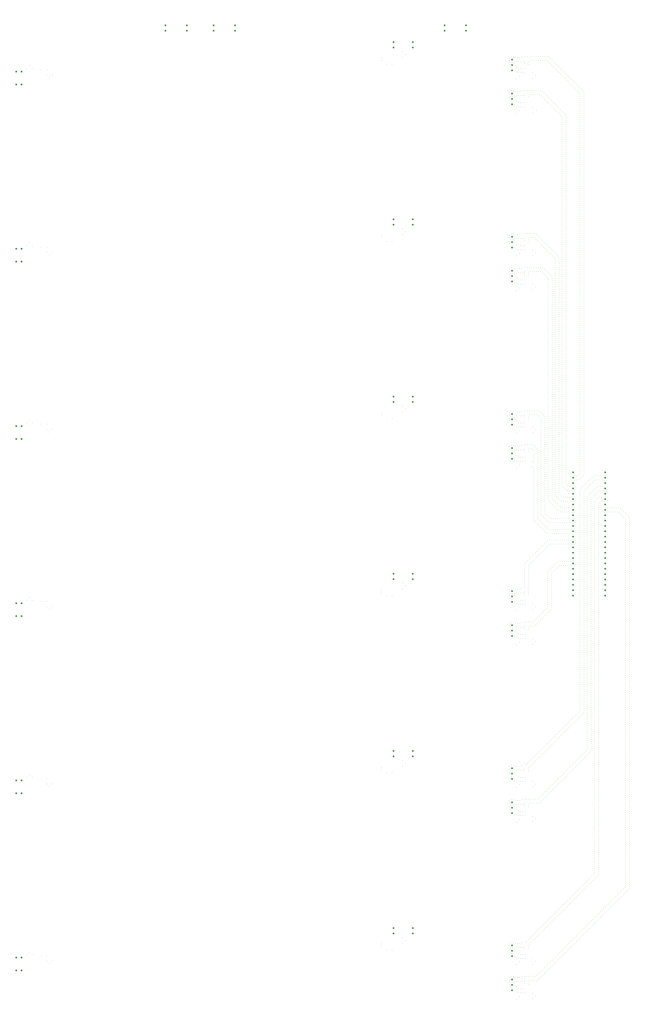
<source format=gbr>
%TF.GenerationSoftware,Altium Limited,Altium Designer,22.9.1 (49)*%
G04 Layer_Color=0*
%FSLAX45Y45*%
%MOMM*%
%TF.SameCoordinates,19B3199C-24C9-4E42-A554-521A99F5088D*%
%TF.FilePolarity,Positive*%
%TF.FileFunction,Plated,1,2,PTH,Drill*%
%TF.Part,Single*%
G01*
G75*
%TA.AperFunction,ComponentDrill*%
%ADD49C,0.90000*%
%ADD50C,0.90000*%
%TA.AperFunction,ViaDrill,NotFilled*%
%ADD51C,0.25400*%
D49*
X23114000Y48882300D02*
D03*
Y49136301D02*
D03*
X24130000Y48882300D02*
D03*
Y49136301D02*
D03*
X9867900D02*
D03*
Y48882300D02*
D03*
X10883900Y49136301D02*
D03*
Y48882300D02*
D03*
X13169901Y49136301D02*
D03*
Y48882300D02*
D03*
X12153900Y49136301D02*
D03*
Y48882300D02*
D03*
X21602699Y6083300D02*
D03*
Y6337300D02*
D03*
X26314401Y5003800D02*
D03*
Y5257800D02*
D03*
Y5511800D02*
D03*
Y3390900D02*
D03*
Y3644900D02*
D03*
Y3898900D02*
D03*
X20688300Y6337300D02*
D03*
Y6083300D02*
D03*
X21602699Y48083469D02*
D03*
Y48337469D02*
D03*
Y14483334D02*
D03*
Y14737334D02*
D03*
Y22883368D02*
D03*
Y23137367D02*
D03*
Y31283401D02*
D03*
Y31537402D02*
D03*
Y39683435D02*
D03*
Y39937436D02*
D03*
X26314401Y45391071D02*
D03*
Y45645071D02*
D03*
Y45899069D02*
D03*
Y47003970D02*
D03*
Y47257971D02*
D03*
Y47511969D02*
D03*
Y20190968D02*
D03*
Y20444968D02*
D03*
Y20698969D02*
D03*
Y21803868D02*
D03*
Y22057867D02*
D03*
Y22311868D02*
D03*
Y36991037D02*
D03*
Y37245035D02*
D03*
Y37499036D02*
D03*
Y38603937D02*
D03*
Y38857935D02*
D03*
Y39111935D02*
D03*
Y30711902D02*
D03*
Y30457901D02*
D03*
Y30203903D02*
D03*
Y29099002D02*
D03*
Y28845001D02*
D03*
Y28591003D02*
D03*
X20688300Y31283401D02*
D03*
Y31537402D02*
D03*
X26314401Y13911835D02*
D03*
Y13657834D02*
D03*
Y13403835D02*
D03*
Y12298934D02*
D03*
Y12044934D02*
D03*
Y11790934D02*
D03*
X29210001Y27939999D02*
D03*
Y22098000D02*
D03*
Y22352000D02*
D03*
Y22606000D02*
D03*
Y22860001D02*
D03*
Y23114000D02*
D03*
Y23367999D02*
D03*
Y23622000D02*
D03*
Y23875999D02*
D03*
Y24130000D02*
D03*
Y24384000D02*
D03*
Y24638000D02*
D03*
Y24892000D02*
D03*
Y25146001D02*
D03*
Y25400000D02*
D03*
Y25654001D02*
D03*
Y25907999D02*
D03*
Y26162000D02*
D03*
Y26416000D02*
D03*
Y26670001D02*
D03*
Y26923999D02*
D03*
Y27178000D02*
D03*
Y27432001D02*
D03*
Y27685999D02*
D03*
X20688300Y14483334D02*
D03*
Y14737334D02*
D03*
X30734000Y22098000D02*
D03*
Y27939999D02*
D03*
Y27685999D02*
D03*
Y27432001D02*
D03*
Y27178000D02*
D03*
Y26923999D02*
D03*
Y26670001D02*
D03*
Y26416000D02*
D03*
Y26162000D02*
D03*
Y25907999D02*
D03*
Y25654001D02*
D03*
Y25400000D02*
D03*
Y25146001D02*
D03*
Y24892000D02*
D03*
Y24638000D02*
D03*
Y24384000D02*
D03*
Y24130000D02*
D03*
Y23875999D02*
D03*
Y23622000D02*
D03*
Y23367999D02*
D03*
Y23114000D02*
D03*
Y22860001D02*
D03*
Y22606000D02*
D03*
Y22352000D02*
D03*
X20688300Y22883368D02*
D03*
Y23137367D02*
D03*
Y39683435D02*
D03*
Y39937436D02*
D03*
Y48083469D02*
D03*
Y48337469D02*
D03*
D50*
X2794000Y12730734D02*
D03*
X3048000D02*
D03*
X2794000Y4330700D02*
D03*
X3048000D02*
D03*
Y4940300D02*
D03*
X2794000D02*
D03*
Y46330869D02*
D03*
X3048000D02*
D03*
X2794000Y21130768D02*
D03*
X3048000D02*
D03*
X2794000Y29530801D02*
D03*
X3048000D02*
D03*
X2794000Y37930835D02*
D03*
X3048000D02*
D03*
X2794000Y30140402D02*
D03*
X3048000D02*
D03*
X2794000Y13340334D02*
D03*
X3048000D02*
D03*
X2794000Y21740369D02*
D03*
X3048000D02*
D03*
X2794000Y38540436D02*
D03*
X3048000D02*
D03*
X2794000Y46940469D02*
D03*
X3048000D02*
D03*
D51*
X26715762Y38496710D02*
D03*
X26516071Y38523184D02*
D03*
X26517599Y38201599D02*
D03*
X26614160Y38496710D02*
D03*
X26443930Y38594727D02*
D03*
X26657300Y38328601D02*
D03*
X26294885Y38732617D02*
D03*
X20624800Y5295900D02*
D03*
X20358099D02*
D03*
X20624800Y13690601D02*
D03*
X20358099D02*
D03*
X20624800Y22085300D02*
D03*
X20363467Y22094040D02*
D03*
X20370799Y47294800D02*
D03*
X20624800D02*
D03*
X20370799Y38887399D02*
D03*
X20624800D02*
D03*
X20637500Y30492700D02*
D03*
X20358099D02*
D03*
X3556000Y5080000D02*
D03*
X3429000Y5194300D02*
D03*
X3302000Y5080000D02*
D03*
X4229100Y5016500D02*
D03*
X3975100D02*
D03*
X4368800Y4660900D02*
D03*
X4495800Y4775200D02*
D03*
X4238774Y4770083D02*
D03*
X4368800Y13055600D02*
D03*
X4495800Y13169901D02*
D03*
X4254500D02*
D03*
X4229100Y13423900D02*
D03*
X3987800D02*
D03*
X3556000Y13487399D02*
D03*
X3314700D02*
D03*
X3424704Y13602122D02*
D03*
X3975100Y21818600D02*
D03*
X4229100D02*
D03*
X4368800Y21463000D02*
D03*
X4483100Y21577299D02*
D03*
X4241800D02*
D03*
X3556000Y21882100D02*
D03*
X3302000D02*
D03*
X3429000Y22009100D02*
D03*
X3556000Y30289499D02*
D03*
X3302000D02*
D03*
X3429000Y30403799D02*
D03*
X3975100Y30226001D02*
D03*
X4254500D02*
D03*
X4368800Y29857700D02*
D03*
X4495800Y29972000D02*
D03*
X4241800D02*
D03*
X3962400Y38620700D02*
D03*
X4254500D02*
D03*
X3556000Y38684201D02*
D03*
X3429000Y38811200D02*
D03*
X3302000Y38684201D02*
D03*
X4368800Y38252399D02*
D03*
X4495800Y38379401D02*
D03*
X4241800D02*
D03*
X3962400Y47028101D02*
D03*
X4254500D02*
D03*
X3581400Y47078900D02*
D03*
X3276600D02*
D03*
X3429000Y47231299D02*
D03*
X4368800Y46647101D02*
D03*
X4229100Y46774100D02*
D03*
X4508500D02*
D03*
X20129500Y47485300D02*
D03*
Y47612299D02*
D03*
X21107401Y47625000D02*
D03*
X21247099Y47751999D02*
D03*
X21107401Y47891699D02*
D03*
X20129500Y39077899D02*
D03*
Y39166800D02*
D03*
X21120100Y39230301D02*
D03*
X21247099Y39357300D02*
D03*
X21120100Y39484299D02*
D03*
X20129500Y30670499D02*
D03*
Y30772101D02*
D03*
X21107401Y30810199D02*
D03*
X21247099Y30949899D02*
D03*
X21107401Y31089600D02*
D03*
X20104100Y22225000D02*
D03*
Y22339301D02*
D03*
X21120100Y22415500D02*
D03*
X21247099Y22555200D02*
D03*
X21120100Y22694901D02*
D03*
X20104100Y13817599D02*
D03*
Y13944600D02*
D03*
X21247099Y14147800D02*
D03*
X21107401Y14020799D02*
D03*
X21111328Y14284859D02*
D03*
X21247099Y5753100D02*
D03*
X21107401Y5626100D02*
D03*
Y5880100D02*
D03*
X20116800Y5486400D02*
D03*
Y5588000D02*
D03*
X26657300Y3073400D02*
D03*
X26530301Y2959100D02*
D03*
X27304999Y2984500D02*
D03*
X27419299Y3111500D02*
D03*
X27292300Y3238500D02*
D03*
X26530301Y4610100D02*
D03*
X26657300Y4737100D02*
D03*
X27292300Y4622800D02*
D03*
X27432001Y4762500D02*
D03*
X27292300Y4889500D02*
D03*
X26530301Y11353800D02*
D03*
X26657300Y11480800D02*
D03*
X27292300Y11404600D02*
D03*
X27419299Y11518900D02*
D03*
X27292300Y11633200D02*
D03*
X26530301Y13004800D02*
D03*
X26657300Y13131799D02*
D03*
X27292300Y13030200D02*
D03*
X27432001Y13157201D02*
D03*
X27292300Y13284200D02*
D03*
X26657300Y19888200D02*
D03*
X26530301Y19761200D02*
D03*
X27292300Y19786600D02*
D03*
X27419299Y19913600D02*
D03*
X27292300Y20040601D02*
D03*
X26657300Y21539200D02*
D03*
X26517599Y21412199D02*
D03*
X27292300Y21424899D02*
D03*
X27432001Y21564600D02*
D03*
X27279599Y21704300D02*
D03*
X26530301Y28155899D02*
D03*
X26657300Y28282901D02*
D03*
X27241501Y28194000D02*
D03*
Y28448001D02*
D03*
X26530301Y29806900D02*
D03*
X26657300Y29933899D02*
D03*
X27304999Y29819601D02*
D03*
X27444699Y29959299D02*
D03*
X27292300Y30086301D02*
D03*
X26517599Y36550601D02*
D03*
X26657300Y36690302D02*
D03*
X27292300Y36601401D02*
D03*
X27432001Y36728400D02*
D03*
X27292300Y36855399D02*
D03*
X27279599Y38214301D02*
D03*
X27419299Y38354001D02*
D03*
X27279599Y38481000D02*
D03*
X26504901Y44945300D02*
D03*
X26657300Y45085001D02*
D03*
X27292300Y44970700D02*
D03*
Y45262799D02*
D03*
X27470099Y45110400D02*
D03*
X26492200Y46596301D02*
D03*
X26670001Y46735999D02*
D03*
X27292300Y46621701D02*
D03*
X27279599Y46888400D02*
D03*
X27419299Y46761401D02*
D03*
X26188907Y3663111D02*
D03*
X26215787Y3565131D02*
D03*
X26305865Y3518134D02*
D03*
X26450354Y3375265D02*
D03*
X26522195Y3303423D02*
D03*
X26618475Y3270974D02*
D03*
X26720074D02*
D03*
X26821628Y3267855D02*
D03*
X26923221Y3268823D02*
D03*
X26919003Y3466795D02*
D03*
X26817508Y3462193D02*
D03*
X26715930Y3460026D02*
D03*
X26615790Y3477189D02*
D03*
X26543948Y3549031D02*
D03*
X26472107Y3620873D02*
D03*
X26423151Y3709901D02*
D03*
X26774194Y4023783D02*
D03*
X26677234Y3993426D02*
D03*
X26575635D02*
D03*
X26474033D02*
D03*
X26377695Y4025695D02*
D03*
X26276096D02*
D03*
X26187881Y3975288D02*
D03*
X26187604Y3873688D02*
D03*
X26218365Y3776857D02*
D03*
X26319855Y3772105D02*
D03*
X26420786Y3783773D02*
D03*
X26520273Y3804374D02*
D03*
X26621872D02*
D03*
X26723474D02*
D03*
X26825024Y3807525D02*
D03*
X26911060Y3861565D02*
D03*
X26920020Y4049052D02*
D03*
X26190878Y5286787D02*
D03*
X26209039Y5186824D02*
D03*
X26294885Y5132480D02*
D03*
X26443930Y4994590D02*
D03*
X26516071Y4923049D02*
D03*
X26614160Y4896574D02*
D03*
X26715762D02*
D03*
X26817139Y4889851D02*
D03*
X26918692Y4886799D02*
D03*
X26920490Y5084800D02*
D03*
X26818893Y5085626D02*
D03*
X26717294D02*
D03*
X26615790Y5090089D02*
D03*
X26543948Y5161931D02*
D03*
X26472107Y5233773D02*
D03*
X26423151Y5322801D02*
D03*
X26774194Y5636683D02*
D03*
X26677234Y5606326D02*
D03*
X26575635D02*
D03*
X26474033D02*
D03*
X26377695Y5638595D02*
D03*
X26276096D02*
D03*
X26187881Y5588188D02*
D03*
X26187604Y5486588D02*
D03*
X26218365Y5389757D02*
D03*
X26319855Y5385005D02*
D03*
X26420786Y5396673D02*
D03*
X26520273Y5417274D02*
D03*
X26621872D02*
D03*
X26723474D02*
D03*
X26825024Y5420425D02*
D03*
X26188907Y12063145D02*
D03*
X26215787Y11965165D02*
D03*
X26305865Y11918168D02*
D03*
X26450354Y11775299D02*
D03*
X26522195Y11703457D02*
D03*
X26618475Y11671008D02*
D03*
X26720074D02*
D03*
X26821628Y11667889D02*
D03*
X26923221Y11668857D02*
D03*
X26919003Y11866829D02*
D03*
X26817508Y11862227D02*
D03*
X26715930Y11860060D02*
D03*
X26615790Y11877223D02*
D03*
X26543948Y11949065D02*
D03*
X26472107Y12020907D02*
D03*
X26423151Y12109935D02*
D03*
X26774194Y12423817D02*
D03*
X26677234Y12393460D02*
D03*
X26575635D02*
D03*
X26474033D02*
D03*
X26377695Y12425729D02*
D03*
X26276096D02*
D03*
X26187881Y12375322D02*
D03*
X26187604Y12273722D02*
D03*
X26218365Y12176891D02*
D03*
X26319855Y12172139D02*
D03*
X26420786Y12183807D02*
D03*
X26520273Y12204408D02*
D03*
X26621872D02*
D03*
X26723474D02*
D03*
X26825024Y12207559D02*
D03*
X26911060Y12261599D02*
D03*
X26920020Y12449086D02*
D03*
X26190878Y13686821D02*
D03*
X26209039Y13586858D02*
D03*
X26294885Y13532513D02*
D03*
X26443930Y13394624D02*
D03*
X26516071Y13323083D02*
D03*
X26614160Y13296608D02*
D03*
X26715762D02*
D03*
X26817139Y13289885D02*
D03*
X26918692Y13286833D02*
D03*
X26920490Y13484834D02*
D03*
X26818893Y13485660D02*
D03*
X26717294D02*
D03*
X26615790Y13490123D02*
D03*
X26543948Y13561964D02*
D03*
X26472107Y13633807D02*
D03*
X26423151Y13722835D02*
D03*
X26774194Y14036717D02*
D03*
X26677234Y14006360D02*
D03*
X26575635D02*
D03*
X26474033D02*
D03*
X26377695Y14038629D02*
D03*
X26276096D02*
D03*
X26187881Y13988222D02*
D03*
X26187604Y13886623D02*
D03*
X26218365Y13789790D02*
D03*
X26319855Y13785039D02*
D03*
X26420786Y13796707D02*
D03*
X26520273Y13817308D02*
D03*
X26621872D02*
D03*
X26723474D02*
D03*
X26825024Y13820459D02*
D03*
X26188907Y20463179D02*
D03*
X26215787Y20365199D02*
D03*
X26305865Y20318202D02*
D03*
X26450354Y20175333D02*
D03*
X26522195Y20103491D02*
D03*
X26618475Y20071042D02*
D03*
X26720074D02*
D03*
X26821628Y20067923D02*
D03*
X26923221Y20068890D02*
D03*
X26919003Y20266862D02*
D03*
X26817508Y20262260D02*
D03*
X26715930Y20260094D02*
D03*
X26615790Y20277257D02*
D03*
X26543948Y20349100D02*
D03*
X26472107Y20420941D02*
D03*
X26423151Y20509969D02*
D03*
X26774194Y20823851D02*
D03*
X26677234Y20793494D02*
D03*
X26575635D02*
D03*
X26474033D02*
D03*
X26377695Y20825763D02*
D03*
X26276096D02*
D03*
X26187881Y20775356D02*
D03*
X26187604Y20673756D02*
D03*
X26218365Y20576926D02*
D03*
X26319855Y20572173D02*
D03*
X26420786Y20583841D02*
D03*
X26520273Y20604442D02*
D03*
X26621872D02*
D03*
X26723474D02*
D03*
X26825024Y20607593D02*
D03*
X26911060Y20661633D02*
D03*
X26920020Y20849120D02*
D03*
X26190878Y22086855D02*
D03*
X26209039Y21986893D02*
D03*
X26294885Y21932549D02*
D03*
X26443930Y21794658D02*
D03*
X26516071Y21723117D02*
D03*
X26614160Y21696642D02*
D03*
X26715762D02*
D03*
X26817139Y21689919D02*
D03*
X26918692Y21686867D02*
D03*
X26920490Y21884868D02*
D03*
X26818893Y21885693D02*
D03*
X26717294D02*
D03*
X26615790Y21890157D02*
D03*
X26543948Y21962000D02*
D03*
X26472107Y22033841D02*
D03*
X26423151Y22122868D02*
D03*
X26774194Y22436751D02*
D03*
X26677234Y22406393D02*
D03*
X26575635D02*
D03*
X26474033D02*
D03*
X26377695Y22438663D02*
D03*
X26276096D02*
D03*
X26187881Y22388255D02*
D03*
X26187604Y22286656D02*
D03*
X26218365Y22189825D02*
D03*
X26319855Y22185072D02*
D03*
X26420786Y22196741D02*
D03*
X26520273Y22217342D02*
D03*
X26621872D02*
D03*
X26723474D02*
D03*
X26825024Y22220493D02*
D03*
X26911060Y22274533D02*
D03*
X26188907Y28863214D02*
D03*
X26215787Y28765234D02*
D03*
X26305865Y28718237D02*
D03*
X26450354Y28575366D02*
D03*
X26522195Y28503525D02*
D03*
X26618475Y28471075D02*
D03*
X26720074D02*
D03*
X26821628Y28467957D02*
D03*
X26923221Y28468924D02*
D03*
X26919003Y28666898D02*
D03*
X26817508Y28662296D02*
D03*
X26715930Y28660129D02*
D03*
X26615790Y28677292D02*
D03*
X26543948Y28749133D02*
D03*
X26472107Y28820975D02*
D03*
X26423151Y28910004D02*
D03*
X26774194Y29223886D02*
D03*
X26677234Y29193527D02*
D03*
X26575635D02*
D03*
X26474033D02*
D03*
X26377695Y29225797D02*
D03*
X26276096D02*
D03*
X26187881Y29175391D02*
D03*
X26187604Y29073792D02*
D03*
X26218365Y28976959D02*
D03*
X26319855Y28972208D02*
D03*
X26420786Y28983875D02*
D03*
X26520273Y29004477D02*
D03*
X26621872D02*
D03*
X26723474D02*
D03*
X26825024Y29007626D02*
D03*
X26920020Y29249155D02*
D03*
X26190878Y30486890D02*
D03*
X26209039Y30386926D02*
D03*
X26294885Y30332581D02*
D03*
X26443930Y30194693D02*
D03*
X26516071Y30123151D02*
D03*
X26614160Y30096677D02*
D03*
X26715762D02*
D03*
X26817139Y30089954D02*
D03*
X26918692Y30086902D02*
D03*
X26920490Y30284903D02*
D03*
X26818893Y30285727D02*
D03*
X26717294D02*
D03*
X26615790Y30290192D02*
D03*
X26543948Y30362033D02*
D03*
X26472107Y30433875D02*
D03*
X26423151Y30522903D02*
D03*
X26774194Y30836786D02*
D03*
X26677234Y30806427D02*
D03*
X26575635D02*
D03*
X26474033D02*
D03*
X26377695Y30838696D02*
D03*
X26276096D02*
D03*
X26187881Y30788290D02*
D03*
X26187604Y30686691D02*
D03*
X26218365Y30589859D02*
D03*
X26319855Y30585107D02*
D03*
X26420786Y30596774D02*
D03*
X26520273Y30617377D02*
D03*
X26621872D02*
D03*
X26723474D02*
D03*
X26825024Y30620526D02*
D03*
X26920020Y30862054D02*
D03*
X26188907Y37263248D02*
D03*
X26215787Y37165268D02*
D03*
X26305865Y37118271D02*
D03*
X26450354Y36975400D02*
D03*
X26522195Y36903558D02*
D03*
X26618475Y36871109D02*
D03*
X26720074D02*
D03*
X26821628Y36867990D02*
D03*
X26923221Y36868958D02*
D03*
X26919003Y37066931D02*
D03*
X26817508Y37062329D02*
D03*
X26715930Y37060162D02*
D03*
X26615790Y37077325D02*
D03*
X26543948Y37149167D02*
D03*
X26472107Y37221008D02*
D03*
X26423151Y37310037D02*
D03*
X26774194Y37623920D02*
D03*
X26677234Y37593561D02*
D03*
X26575635D02*
D03*
X26474033D02*
D03*
X26377695Y37625830D02*
D03*
X26276096D02*
D03*
X26187881Y37575424D02*
D03*
X26187604Y37473825D02*
D03*
X26218365Y37376993D02*
D03*
X26319855Y37372241D02*
D03*
X26420786Y37383908D02*
D03*
X26520273Y37404510D02*
D03*
X26621872D02*
D03*
X26723474D02*
D03*
X26825024Y37407660D02*
D03*
X26911060Y37461700D02*
D03*
X26920020Y37649188D02*
D03*
X26190878Y38886923D02*
D03*
X26209039Y38786960D02*
D03*
X26817139Y38489987D02*
D03*
X26918692Y38486935D02*
D03*
X26920490Y38684937D02*
D03*
X26818893Y38685760D02*
D03*
X26717294D02*
D03*
X26615790Y38690225D02*
D03*
X26543948Y38762067D02*
D03*
X26472107Y38833908D02*
D03*
X26423151Y38922937D02*
D03*
X26774194Y39236819D02*
D03*
X26677234Y39206461D02*
D03*
X26575635D02*
D03*
X26474033D02*
D03*
X26377695Y39238730D02*
D03*
X26276096D02*
D03*
X26187881Y39188324D02*
D03*
X26187604Y39086725D02*
D03*
X26218365Y38989893D02*
D03*
X26319855Y38985141D02*
D03*
X26420786Y38996808D02*
D03*
X26520273Y39017410D02*
D03*
X26621872D02*
D03*
X26723474D02*
D03*
X26825024Y39020560D02*
D03*
X26920020Y39262088D02*
D03*
X26188907Y45663281D02*
D03*
X26215787Y45565302D02*
D03*
X26305865Y45518304D02*
D03*
X26450354Y45375436D02*
D03*
X26522195Y45303592D02*
D03*
X26618475Y45271143D02*
D03*
X26720074D02*
D03*
X26821628Y45268024D02*
D03*
X26923221Y45268994D02*
D03*
X26919003Y45466965D02*
D03*
X26817508Y45462363D02*
D03*
X26715930Y45460196D02*
D03*
X26615790Y45477359D02*
D03*
X26543948Y45549200D02*
D03*
X26472107Y45621042D02*
D03*
X26423151Y45710071D02*
D03*
X26774194Y46023953D02*
D03*
X26677234Y45993597D02*
D03*
X26575635D02*
D03*
X26474033D02*
D03*
X26377695Y46025864D02*
D03*
X26276096D02*
D03*
X26187881Y45975458D02*
D03*
X26187604Y45873859D02*
D03*
X26218365Y45777026D02*
D03*
X26319855Y45772275D02*
D03*
X26420786Y45783942D02*
D03*
X26520273Y45804544D02*
D03*
X26621872D02*
D03*
X26723474D02*
D03*
X26825024Y45807693D02*
D03*
X26920020Y46049222D02*
D03*
X26190878Y47286957D02*
D03*
X26209039Y47186993D02*
D03*
X26294885Y47132651D02*
D03*
X26443930Y46994760D02*
D03*
X26516071Y46923218D02*
D03*
X26614160Y46896744D02*
D03*
X26715762D02*
D03*
X26817139Y46890021D02*
D03*
X26918692Y46886969D02*
D03*
X26920490Y47084970D02*
D03*
X26818893Y47085797D02*
D03*
X26717294D02*
D03*
X26615790Y47090259D02*
D03*
X26543948Y47162100D02*
D03*
X26472107Y47233942D02*
D03*
X26423151Y47322971D02*
D03*
X26774194Y47636853D02*
D03*
X26677234Y47606497D02*
D03*
X26575635D02*
D03*
X26474033D02*
D03*
X26377695Y47638766D02*
D03*
X26276096D02*
D03*
X26187881Y47588358D02*
D03*
X26187604Y47486758D02*
D03*
X26218365Y47389926D02*
D03*
X26319855Y47385175D02*
D03*
X26420786Y47396844D02*
D03*
X26520273Y47417444D02*
D03*
X26621872D02*
D03*
X26723474D02*
D03*
X26825024Y47420596D02*
D03*
X26924643Y47651608D02*
D03*
X26905673Y47450195D02*
D03*
X26903406Y47348621D02*
D03*
X27079697Y47294525D02*
D03*
X27096997Y47394641D02*
D03*
X27159494Y47474744D02*
D03*
X27261096D02*
D03*
X27362695D02*
D03*
X27464294D02*
D03*
X27565894D02*
D03*
X27667496D02*
D03*
X27769095D02*
D03*
X27870694D02*
D03*
X27972250Y47471768D02*
D03*
X28044092Y47399927D02*
D03*
X28115936Y47328085D02*
D03*
X28187778Y47256241D02*
D03*
X28259619Y47184399D02*
D03*
X28331461Y47112558D02*
D03*
X28403302Y47040717D02*
D03*
X28475146Y46968875D02*
D03*
X28546988Y46897031D02*
D03*
X28618829Y46825189D02*
D03*
X28690671Y46753348D02*
D03*
X28762512Y46681506D02*
D03*
X28834357Y46609662D02*
D03*
X28906198Y46537820D02*
D03*
X28978040Y46465979D02*
D03*
X29049881Y46394138D02*
D03*
X29121725Y46322296D02*
D03*
X29193567Y46250452D02*
D03*
X29265408Y46178610D02*
D03*
X29337250Y46106769D02*
D03*
X29409091Y46034927D02*
D03*
X29480933Y45963086D02*
D03*
X29534573Y45876797D02*
D03*
Y45775198D02*
D03*
Y45673599D02*
D03*
Y45572000D02*
D03*
Y45470398D02*
D03*
Y45368799D02*
D03*
Y45267200D02*
D03*
Y45165598D02*
D03*
Y45063998D02*
D03*
Y44962399D02*
D03*
Y44860800D02*
D03*
Y44759198D02*
D03*
Y44657599D02*
D03*
Y44556000D02*
D03*
Y44454398D02*
D03*
Y44352798D02*
D03*
Y44251199D02*
D03*
Y44149600D02*
D03*
Y44047998D02*
D03*
Y43946399D02*
D03*
Y43844800D02*
D03*
Y43743198D02*
D03*
Y43641599D02*
D03*
Y43539999D02*
D03*
Y43438400D02*
D03*
Y43336798D02*
D03*
Y43235199D02*
D03*
Y43133600D02*
D03*
Y43031998D02*
D03*
Y42930399D02*
D03*
Y42828799D02*
D03*
Y42727200D02*
D03*
Y42625598D02*
D03*
Y42523999D02*
D03*
Y42422400D02*
D03*
Y42320798D02*
D03*
Y42219199D02*
D03*
Y42117599D02*
D03*
Y42016000D02*
D03*
Y41914398D02*
D03*
Y41812799D02*
D03*
Y41711200D02*
D03*
Y41609598D02*
D03*
Y41507999D02*
D03*
Y41406400D02*
D03*
Y41304800D02*
D03*
Y41203198D02*
D03*
Y41101599D02*
D03*
Y41000000D02*
D03*
Y40898398D02*
D03*
Y40796799D02*
D03*
Y40695200D02*
D03*
Y40593600D02*
D03*
Y40491998D02*
D03*
Y40390399D02*
D03*
Y40288800D02*
D03*
Y40187198D02*
D03*
Y40085599D02*
D03*
Y39984000D02*
D03*
Y39882401D02*
D03*
Y39780798D02*
D03*
Y39679199D02*
D03*
Y39577600D02*
D03*
Y39475998D02*
D03*
Y39374399D02*
D03*
Y39272800D02*
D03*
Y39171198D02*
D03*
Y39069598D02*
D03*
Y38967999D02*
D03*
Y38866400D02*
D03*
Y38764798D02*
D03*
Y38663199D02*
D03*
Y38561600D02*
D03*
Y38459998D02*
D03*
Y38358398D02*
D03*
Y38256799D02*
D03*
Y38155200D02*
D03*
Y38053598D02*
D03*
Y37951999D02*
D03*
Y37850400D02*
D03*
Y37748798D02*
D03*
Y37647198D02*
D03*
Y37545599D02*
D03*
Y37444000D02*
D03*
Y37342398D02*
D03*
Y37240799D02*
D03*
Y37139200D02*
D03*
Y37037598D02*
D03*
Y36935999D02*
D03*
Y36834399D02*
D03*
Y36732800D02*
D03*
Y36631198D02*
D03*
Y36529599D02*
D03*
Y36428000D02*
D03*
Y36326398D02*
D03*
Y36224799D02*
D03*
Y36123199D02*
D03*
Y36021600D02*
D03*
Y35919998D02*
D03*
Y35818399D02*
D03*
Y35716800D02*
D03*
Y35615198D02*
D03*
Y35513599D02*
D03*
Y35412000D02*
D03*
Y35310400D02*
D03*
Y35208798D02*
D03*
Y35107199D02*
D03*
Y35005600D02*
D03*
Y34903998D02*
D03*
Y34802399D02*
D03*
Y34700800D02*
D03*
Y34599200D02*
D03*
Y34497598D02*
D03*
Y34395999D02*
D03*
Y34294400D02*
D03*
Y34192798D02*
D03*
Y34091199D02*
D03*
Y33989600D02*
D03*
Y33888000D02*
D03*
Y33786398D02*
D03*
Y33684799D02*
D03*
Y33583200D02*
D03*
Y33481598D02*
D03*
Y33379999D02*
D03*
Y33278400D02*
D03*
Y33176797D02*
D03*
Y33075198D02*
D03*
Y32973599D02*
D03*
Y32872000D02*
D03*
Y32770398D02*
D03*
Y32668799D02*
D03*
Y32567200D02*
D03*
Y32465598D02*
D03*
Y32363998D02*
D03*
Y32262399D02*
D03*
Y32160800D02*
D03*
Y32059198D02*
D03*
Y31957599D02*
D03*
Y31856000D02*
D03*
Y31754398D02*
D03*
Y31652798D02*
D03*
Y31551199D02*
D03*
Y31449600D02*
D03*
Y31347998D02*
D03*
Y31246399D02*
D03*
Y31144800D02*
D03*
Y31043198D02*
D03*
Y30941599D02*
D03*
Y30839999D02*
D03*
Y30738400D02*
D03*
Y30636798D02*
D03*
Y30535199D02*
D03*
Y30433600D02*
D03*
Y30331998D02*
D03*
Y30230399D02*
D03*
Y30128799D02*
D03*
Y30027200D02*
D03*
Y29925598D02*
D03*
Y29823999D02*
D03*
Y29722400D02*
D03*
Y29620798D02*
D03*
Y29519199D02*
D03*
Y29417599D02*
D03*
Y29316000D02*
D03*
Y29214398D02*
D03*
Y29112799D02*
D03*
Y29011200D02*
D03*
Y28909598D02*
D03*
Y28807999D02*
D03*
Y28706400D02*
D03*
Y28604800D02*
D03*
Y28503198D02*
D03*
Y28401599D02*
D03*
Y28300000D02*
D03*
Y28198398D02*
D03*
Y28096799D02*
D03*
Y27995200D02*
D03*
X29525613Y27893994D02*
D03*
X29453772Y27822153D02*
D03*
X29361090Y27780527D02*
D03*
X29261743Y27801810D02*
D03*
X29160147Y27802591D02*
D03*
X29090436Y27728680D02*
D03*
X29097330Y27627316D02*
D03*
X29176685Y27563867D02*
D03*
X29277246Y27578357D02*
D03*
X29377997Y27591473D02*
D03*
X29479474Y27596432D02*
D03*
X29558844Y27659863D02*
D03*
X29630685Y27731705D02*
D03*
X29701819Y27804245D02*
D03*
X29723627Y27903479D02*
D03*
Y28005078D02*
D03*
Y28106677D02*
D03*
Y28208279D02*
D03*
Y28309879D02*
D03*
Y28411478D02*
D03*
Y28513077D02*
D03*
Y28614679D02*
D03*
Y28716278D02*
D03*
Y28817877D02*
D03*
Y28919479D02*
D03*
Y29021078D02*
D03*
Y29122678D02*
D03*
Y29224277D02*
D03*
Y29325879D02*
D03*
Y29427478D02*
D03*
Y29529077D02*
D03*
Y29630679D02*
D03*
Y29732278D02*
D03*
Y29833878D02*
D03*
Y29935477D02*
D03*
Y30037079D02*
D03*
Y30138678D02*
D03*
Y30240277D02*
D03*
Y30341879D02*
D03*
Y30443478D02*
D03*
Y30545078D02*
D03*
Y30646677D02*
D03*
Y30748279D02*
D03*
Y30849878D02*
D03*
Y30951477D02*
D03*
Y31053079D02*
D03*
Y31154678D02*
D03*
Y31256277D02*
D03*
Y31357877D02*
D03*
Y31459479D02*
D03*
Y31561078D02*
D03*
Y31662677D02*
D03*
Y31764279D02*
D03*
Y31865878D02*
D03*
Y31967477D02*
D03*
Y32069077D02*
D03*
Y32170679D02*
D03*
Y32272278D02*
D03*
Y32373877D02*
D03*
Y32475479D02*
D03*
Y32577078D02*
D03*
Y32678677D02*
D03*
Y32780276D02*
D03*
Y32881879D02*
D03*
Y32983478D02*
D03*
Y33085077D02*
D03*
Y33186679D02*
D03*
Y33288278D02*
D03*
Y33389877D02*
D03*
Y33491479D02*
D03*
Y33593079D02*
D03*
Y33694678D02*
D03*
Y33796277D02*
D03*
Y33897879D02*
D03*
Y33999478D02*
D03*
Y34101077D02*
D03*
Y34202679D02*
D03*
Y34304279D02*
D03*
Y34405878D02*
D03*
Y34507477D02*
D03*
Y34609079D02*
D03*
Y34710678D02*
D03*
Y34812277D02*
D03*
Y34913879D02*
D03*
Y35015479D02*
D03*
Y35117078D02*
D03*
Y35218677D02*
D03*
Y35320279D02*
D03*
Y35421878D02*
D03*
Y35523477D02*
D03*
Y35625079D02*
D03*
Y35726678D02*
D03*
Y35828278D02*
D03*
Y35929877D02*
D03*
Y36031479D02*
D03*
Y36133078D02*
D03*
Y36234677D02*
D03*
Y36336279D02*
D03*
Y36437878D02*
D03*
Y36539478D02*
D03*
Y36641077D02*
D03*
Y36742679D02*
D03*
Y36844278D02*
D03*
Y36945877D02*
D03*
Y37047479D02*
D03*
Y37149078D02*
D03*
Y37250677D02*
D03*
Y37352277D02*
D03*
Y37453879D02*
D03*
Y37555478D02*
D03*
Y37657077D02*
D03*
Y37758679D02*
D03*
Y37860278D02*
D03*
Y37961877D02*
D03*
Y38063477D02*
D03*
Y38165079D02*
D03*
Y38266678D02*
D03*
Y38368277D02*
D03*
Y38469879D02*
D03*
Y38571478D02*
D03*
Y38673077D02*
D03*
Y38774677D02*
D03*
Y38876279D02*
D03*
Y38977878D02*
D03*
Y39079477D02*
D03*
Y39181079D02*
D03*
Y39282678D02*
D03*
Y39384277D02*
D03*
Y39485880D02*
D03*
Y39587479D02*
D03*
Y39689078D02*
D03*
Y39790677D02*
D03*
Y39892279D02*
D03*
Y39993878D02*
D03*
Y40095477D02*
D03*
Y40197079D02*
D03*
Y40298679D02*
D03*
Y40400278D02*
D03*
Y40501877D02*
D03*
Y40603479D02*
D03*
Y40705078D02*
D03*
Y40806677D02*
D03*
Y40908279D02*
D03*
Y41009879D02*
D03*
Y41111478D02*
D03*
Y41213077D02*
D03*
Y41314679D02*
D03*
Y41416278D02*
D03*
Y41517877D02*
D03*
Y41619479D02*
D03*
Y41721078D02*
D03*
Y41822678D02*
D03*
Y41924277D02*
D03*
Y42025879D02*
D03*
Y42127478D02*
D03*
Y42229077D02*
D03*
Y42330679D02*
D03*
Y42432278D02*
D03*
Y42533878D02*
D03*
Y42635477D02*
D03*
Y42737079D02*
D03*
Y42838678D02*
D03*
Y42940277D02*
D03*
Y43041879D02*
D03*
Y43143478D02*
D03*
Y43245078D02*
D03*
Y43346677D02*
D03*
Y43448279D02*
D03*
Y43549878D02*
D03*
Y43651477D02*
D03*
Y43753079D02*
D03*
Y43854678D02*
D03*
Y43956277D02*
D03*
Y44057877D02*
D03*
Y44159479D02*
D03*
Y44261078D02*
D03*
Y44362677D02*
D03*
Y44464279D02*
D03*
Y44565878D02*
D03*
Y44667477D02*
D03*
Y44769077D02*
D03*
Y44870679D02*
D03*
Y44972278D02*
D03*
Y45073877D02*
D03*
Y45175479D02*
D03*
Y45277078D02*
D03*
Y45378677D02*
D03*
Y45480276D02*
D03*
Y45581879D02*
D03*
Y45683478D02*
D03*
Y45785077D02*
D03*
Y45886679D02*
D03*
X29714087Y45987830D02*
D03*
X29647134Y46064246D02*
D03*
X29575290Y46136090D02*
D03*
X29503448Y46207932D02*
D03*
X29431607Y46279773D02*
D03*
X29359766Y46351614D02*
D03*
X29287924Y46423459D02*
D03*
X29216080Y46495300D02*
D03*
X29144238Y46567142D02*
D03*
X29072397Y46638983D02*
D03*
X29000555Y46710825D02*
D03*
X28928714Y46782669D02*
D03*
X28856870Y46854510D02*
D03*
X28785028Y46926352D02*
D03*
X28713187Y46998193D02*
D03*
X28641345Y47070035D02*
D03*
X28569501Y47141879D02*
D03*
X28497662Y47213721D02*
D03*
X28425818Y47285562D02*
D03*
X28353976Y47357404D02*
D03*
X28282135Y47429245D02*
D03*
X28210291Y47501089D02*
D03*
X28138449Y47572931D02*
D03*
X28065610Y47643762D02*
D03*
X27966006Y47663797D02*
D03*
X27864407D02*
D03*
X27762805D02*
D03*
X27661206D02*
D03*
X27559607D02*
D03*
X27458005D02*
D03*
X27356406D02*
D03*
X27254807D02*
D03*
X27153207D02*
D03*
X27051605D02*
D03*
X26905673Y45830069D02*
D03*
X26903406Y45728494D02*
D03*
X27096997Y45764795D02*
D03*
X27127066Y45861844D02*
D03*
X27228665D02*
D03*
X27330264D02*
D03*
X27431866D02*
D03*
X27533466D02*
D03*
X27634720Y45853497D02*
D03*
X27706564Y45781656D02*
D03*
X27778406Y45709814D02*
D03*
X27850247Y45637970D02*
D03*
X27922089Y45566129D02*
D03*
X27993933Y45494287D02*
D03*
X28065775Y45422446D02*
D03*
X28137616Y45350604D02*
D03*
X28209457Y45278760D02*
D03*
X28281299Y45206918D02*
D03*
X28353143Y45135077D02*
D03*
X28424985Y45063235D02*
D03*
X28496826Y44991394D02*
D03*
X28568668Y44919550D02*
D03*
X28640509Y44847708D02*
D03*
X28683673Y44755734D02*
D03*
Y44654135D02*
D03*
Y44552533D02*
D03*
Y44450934D02*
D03*
Y44349335D02*
D03*
Y44247733D02*
D03*
Y44146133D02*
D03*
Y44044534D02*
D03*
Y43942935D02*
D03*
Y43841333D02*
D03*
Y43739734D02*
D03*
Y43638135D02*
D03*
Y43536533D02*
D03*
Y43434933D02*
D03*
Y43333334D02*
D03*
Y43231735D02*
D03*
Y43130133D02*
D03*
Y43028534D02*
D03*
Y42926935D02*
D03*
Y42825333D02*
D03*
Y42723734D02*
D03*
Y42622134D02*
D03*
Y42520535D02*
D03*
Y42418933D02*
D03*
Y42317334D02*
D03*
Y42215735D02*
D03*
Y42114133D02*
D03*
Y42012534D02*
D03*
Y41910934D02*
D03*
Y41809335D02*
D03*
Y41707733D02*
D03*
Y41606134D02*
D03*
Y41504535D02*
D03*
Y41402933D02*
D03*
Y41301334D02*
D03*
Y41199734D02*
D03*
Y41098135D02*
D03*
Y40996533D02*
D03*
Y40894934D02*
D03*
Y40793335D02*
D03*
Y40691733D02*
D03*
Y40590134D02*
D03*
Y40488535D02*
D03*
Y40386935D02*
D03*
Y40285333D02*
D03*
Y40183734D02*
D03*
Y40082135D02*
D03*
Y39980533D02*
D03*
Y39878934D02*
D03*
Y39777335D02*
D03*
Y39675735D02*
D03*
Y39574133D02*
D03*
Y39472534D02*
D03*
Y39370935D02*
D03*
Y39269333D02*
D03*
Y39167734D02*
D03*
Y39066135D02*
D03*
Y38964536D02*
D03*
Y38862933D02*
D03*
Y38761334D02*
D03*
Y38659735D02*
D03*
Y38558133D02*
D03*
Y38456534D02*
D03*
Y38354935D02*
D03*
Y38253333D02*
D03*
Y38151733D02*
D03*
Y38050134D02*
D03*
Y37948535D02*
D03*
Y37846933D02*
D03*
Y37745334D02*
D03*
Y37643735D02*
D03*
Y37542133D02*
D03*
Y37440533D02*
D03*
Y37338934D02*
D03*
Y37237335D02*
D03*
Y37135733D02*
D03*
Y37034134D02*
D03*
Y36932535D02*
D03*
Y36830933D02*
D03*
Y36729333D02*
D03*
Y36627734D02*
D03*
Y36526135D02*
D03*
Y36424533D02*
D03*
Y36322934D02*
D03*
Y36221335D02*
D03*
Y36119733D02*
D03*
Y36018134D02*
D03*
Y35916534D02*
D03*
Y35814935D02*
D03*
Y35713333D02*
D03*
Y35611734D02*
D03*
Y35510135D02*
D03*
Y35408533D02*
D03*
Y35306934D02*
D03*
Y35205334D02*
D03*
Y35103735D02*
D03*
Y35002133D02*
D03*
Y34900534D02*
D03*
Y34798935D02*
D03*
Y34697333D02*
D03*
Y34595734D02*
D03*
Y34494135D02*
D03*
Y34392535D02*
D03*
Y34290933D02*
D03*
Y34189334D02*
D03*
Y34087735D02*
D03*
Y33986133D02*
D03*
Y33884534D02*
D03*
Y33782935D02*
D03*
Y33681335D02*
D03*
Y33579733D02*
D03*
Y33478134D02*
D03*
Y33376535D02*
D03*
Y33274933D02*
D03*
Y33173334D02*
D03*
Y33071735D02*
D03*
Y32970135D02*
D03*
Y32868533D02*
D03*
Y32766934D02*
D03*
Y32665335D02*
D03*
Y32563733D02*
D03*
Y32462134D02*
D03*
Y32360535D02*
D03*
Y32258932D02*
D03*
Y32157333D02*
D03*
Y32055734D02*
D03*
Y31954135D02*
D03*
Y31852533D02*
D03*
Y31750934D02*
D03*
Y31649335D02*
D03*
Y31547733D02*
D03*
Y31446133D02*
D03*
Y31344534D02*
D03*
Y31242935D02*
D03*
Y31141333D02*
D03*
Y31039734D02*
D03*
Y30938135D02*
D03*
Y30836533D02*
D03*
Y30734933D02*
D03*
Y30633334D02*
D03*
Y30531735D02*
D03*
Y30430133D02*
D03*
Y30328534D02*
D03*
Y30226935D02*
D03*
Y30125333D02*
D03*
Y30023734D02*
D03*
Y29922134D02*
D03*
Y29820535D02*
D03*
Y29718933D02*
D03*
Y29617334D02*
D03*
Y29515735D02*
D03*
Y29414133D02*
D03*
Y29312534D02*
D03*
Y29210934D02*
D03*
Y29109335D02*
D03*
Y29007733D02*
D03*
Y28906134D02*
D03*
Y28804535D02*
D03*
Y28702933D02*
D03*
Y28601334D02*
D03*
Y28499734D02*
D03*
Y28398135D02*
D03*
Y28296533D02*
D03*
Y28194934D02*
D03*
Y28093335D02*
D03*
Y27991733D02*
D03*
Y27890134D02*
D03*
Y27788535D02*
D03*
Y27686935D02*
D03*
Y27585333D02*
D03*
Y27483734D02*
D03*
Y27382135D02*
D03*
X28706009Y27283020D02*
D03*
X28777142Y27210477D02*
D03*
X28848984Y27138635D02*
D03*
X28934940Y27084467D02*
D03*
X29036536Y27083475D02*
D03*
X29137665Y27073682D02*
D03*
X29237323Y27053912D02*
D03*
X29319247Y27114005D02*
D03*
X29331424Y27214871D02*
D03*
X29265558Y27292227D02*
D03*
X29164038Y27296204D02*
D03*
X29065234Y27272525D02*
D03*
X28965125Y27289856D02*
D03*
X28893283Y27361700D02*
D03*
X28872726Y27461197D02*
D03*
Y27562799D02*
D03*
Y27664398D02*
D03*
Y27765997D02*
D03*
Y27867599D02*
D03*
Y27969199D02*
D03*
Y28070798D02*
D03*
Y28172397D02*
D03*
Y28273999D02*
D03*
Y28375598D02*
D03*
Y28477197D02*
D03*
Y28578799D02*
D03*
Y28680399D02*
D03*
Y28781998D02*
D03*
Y28883597D02*
D03*
Y28985199D02*
D03*
Y29086798D02*
D03*
Y29188397D02*
D03*
Y29289999D02*
D03*
Y29391599D02*
D03*
Y29493198D02*
D03*
Y29594797D02*
D03*
Y29696399D02*
D03*
Y29797998D02*
D03*
Y29899597D02*
D03*
Y30001199D02*
D03*
Y30102798D02*
D03*
Y30204398D02*
D03*
Y30305997D02*
D03*
Y30407599D02*
D03*
Y30509198D02*
D03*
Y30610797D02*
D03*
Y30712399D02*
D03*
Y30813998D02*
D03*
Y30915598D02*
D03*
Y31017197D02*
D03*
Y31118799D02*
D03*
Y31220398D02*
D03*
Y31321997D02*
D03*
Y31423599D02*
D03*
Y31525198D02*
D03*
Y31626797D02*
D03*
Y31728397D02*
D03*
Y31829999D02*
D03*
Y31931598D02*
D03*
Y32033197D02*
D03*
Y32134799D02*
D03*
Y32236398D02*
D03*
Y32337997D02*
D03*
Y32439597D02*
D03*
Y32541199D02*
D03*
Y32642798D02*
D03*
Y32744397D02*
D03*
Y32845999D02*
D03*
Y32947598D02*
D03*
Y33049197D02*
D03*
Y33150797D02*
D03*
Y33252399D02*
D03*
Y33353998D02*
D03*
Y33455597D02*
D03*
Y33557199D02*
D03*
Y33658798D02*
D03*
Y33760397D02*
D03*
Y33862000D02*
D03*
Y33963599D02*
D03*
Y34065198D02*
D03*
Y34166797D02*
D03*
Y34268399D02*
D03*
Y34369998D02*
D03*
Y34471597D02*
D03*
Y34573199D02*
D03*
Y34674799D02*
D03*
Y34776398D02*
D03*
Y34877997D02*
D03*
Y34979599D02*
D03*
Y35081198D02*
D03*
Y35182797D02*
D03*
Y35284399D02*
D03*
Y35385999D02*
D03*
Y35487598D02*
D03*
Y35589197D02*
D03*
Y35690799D02*
D03*
Y35792398D02*
D03*
Y35893997D02*
D03*
Y35995599D02*
D03*
Y36097198D02*
D03*
Y36198798D02*
D03*
Y36300397D02*
D03*
Y36401999D02*
D03*
Y36503598D02*
D03*
Y36605197D02*
D03*
Y36706799D02*
D03*
Y36808398D02*
D03*
Y36909998D02*
D03*
Y37011597D02*
D03*
Y37113199D02*
D03*
Y37214798D02*
D03*
Y37316397D02*
D03*
Y37417999D02*
D03*
Y37519598D02*
D03*
Y37621198D02*
D03*
Y37722797D02*
D03*
Y37824399D02*
D03*
Y37925998D02*
D03*
Y38027597D02*
D03*
Y38129199D02*
D03*
Y38230798D02*
D03*
Y38332397D02*
D03*
Y38433997D02*
D03*
Y38535599D02*
D03*
Y38637198D02*
D03*
Y38738797D02*
D03*
Y38840399D02*
D03*
Y38941998D02*
D03*
Y39043597D02*
D03*
Y39145197D02*
D03*
Y39246799D02*
D03*
Y39348398D02*
D03*
Y39449997D02*
D03*
Y39551599D02*
D03*
Y39653198D02*
D03*
Y39754797D02*
D03*
Y39856396D02*
D03*
Y39957999D02*
D03*
Y40059598D02*
D03*
Y40161197D02*
D03*
Y40262799D02*
D03*
Y40364398D02*
D03*
Y40465997D02*
D03*
Y40567599D02*
D03*
Y40669199D02*
D03*
Y40770798D02*
D03*
Y40872397D02*
D03*
Y40973999D02*
D03*
Y41075598D02*
D03*
Y41177197D02*
D03*
Y41278799D02*
D03*
Y41380399D02*
D03*
Y41481998D02*
D03*
Y41583597D02*
D03*
Y41685199D02*
D03*
Y41786798D02*
D03*
Y41888397D02*
D03*
Y41989999D02*
D03*
Y42091599D02*
D03*
Y42193198D02*
D03*
Y42294797D02*
D03*
Y42396399D02*
D03*
Y42497998D02*
D03*
Y42599597D02*
D03*
Y42701199D02*
D03*
Y42802798D02*
D03*
Y42904398D02*
D03*
Y43005997D02*
D03*
Y43107599D02*
D03*
Y43209198D02*
D03*
Y43310797D02*
D03*
Y43412399D02*
D03*
Y43513998D02*
D03*
Y43615598D02*
D03*
Y43717197D02*
D03*
Y43818799D02*
D03*
Y43920398D02*
D03*
Y44021997D02*
D03*
Y44123599D02*
D03*
Y44225198D02*
D03*
Y44326797D02*
D03*
Y44428397D02*
D03*
Y44529999D02*
D03*
Y44631598D02*
D03*
Y44733197D02*
D03*
Y44834799D02*
D03*
X28829050Y44926532D02*
D03*
X28757208Y44998373D02*
D03*
X28685367Y45070215D02*
D03*
X28613525Y45142056D02*
D03*
X28541681Y45213898D02*
D03*
X28469839Y45285742D02*
D03*
X28397998Y45357584D02*
D03*
X28326154Y45429425D02*
D03*
X28254315Y45501266D02*
D03*
X28182471Y45573108D02*
D03*
X28110629Y45644952D02*
D03*
X28038788Y45716794D02*
D03*
X27966946Y45788635D02*
D03*
X27895102Y45860477D02*
D03*
X27823260Y45932318D02*
D03*
X27751419Y46004160D02*
D03*
X27661206Y46050897D02*
D03*
X27559607D02*
D03*
X27458005D02*
D03*
X27356406D02*
D03*
X27254807D02*
D03*
X27153207D02*
D03*
X27051605D02*
D03*
X26905673Y39042273D02*
D03*
X26903406Y38940698D02*
D03*
X27084534Y38899966D02*
D03*
X27096997Y39000800D02*
D03*
X27166708Y39074710D02*
D03*
X27268307D02*
D03*
X27369794Y39069925D02*
D03*
X27441638Y38998083D02*
D03*
X27513480Y38926239D02*
D03*
X27585321Y38854398D02*
D03*
X27657162Y38782556D02*
D03*
X27729004Y38710715D02*
D03*
X27800848Y38638873D02*
D03*
X27872690Y38567029D02*
D03*
X27944531Y38495187D02*
D03*
X28016373Y38423346D02*
D03*
X28088214Y38351505D02*
D03*
X28160056Y38279663D02*
D03*
X28231900Y38207819D02*
D03*
X28303741Y38135977D02*
D03*
X28353473Y38047382D02*
D03*
Y37945782D02*
D03*
Y37844183D02*
D03*
Y37742581D02*
D03*
Y37640982D02*
D03*
Y37539383D02*
D03*
Y37437781D02*
D03*
Y37336182D02*
D03*
Y37234583D02*
D03*
Y37132983D02*
D03*
Y37031381D02*
D03*
Y36929782D02*
D03*
Y36828183D02*
D03*
Y36726581D02*
D03*
Y36624982D02*
D03*
Y36523383D02*
D03*
Y36421783D02*
D03*
Y36320181D02*
D03*
Y36218582D02*
D03*
Y36116983D02*
D03*
Y36015381D02*
D03*
Y35913782D02*
D03*
Y35812183D02*
D03*
Y35710583D02*
D03*
Y35608981D02*
D03*
Y35507382D02*
D03*
Y35405783D02*
D03*
Y35304181D02*
D03*
Y35202582D02*
D03*
Y35100983D02*
D03*
Y34999380D02*
D03*
Y34897781D02*
D03*
Y34796182D02*
D03*
Y34694583D02*
D03*
Y34592981D02*
D03*
Y34491382D02*
D03*
Y34389783D02*
D03*
Y34288181D02*
D03*
Y34186581D02*
D03*
Y34084982D02*
D03*
Y33983383D02*
D03*
Y33881781D02*
D03*
Y33780182D02*
D03*
Y33678583D02*
D03*
Y33576981D02*
D03*
Y33475381D02*
D03*
Y33373782D02*
D03*
Y33272183D02*
D03*
Y33170581D02*
D03*
Y33068982D02*
D03*
Y32967383D02*
D03*
Y32865781D02*
D03*
Y32764182D02*
D03*
Y32662582D02*
D03*
Y32560983D02*
D03*
Y32459381D02*
D03*
Y32357782D02*
D03*
Y32256183D02*
D03*
Y32154581D02*
D03*
Y32052982D02*
D03*
Y31951382D02*
D03*
Y31849783D02*
D03*
Y31748181D02*
D03*
Y31646582D02*
D03*
Y31544983D02*
D03*
Y31443381D02*
D03*
Y31341782D02*
D03*
Y31240182D02*
D03*
Y31138583D02*
D03*
Y31036981D02*
D03*
Y30935382D02*
D03*
Y30833783D02*
D03*
Y30732181D02*
D03*
Y30630582D02*
D03*
Y30528983D02*
D03*
Y30427383D02*
D03*
Y30325781D02*
D03*
Y30224182D02*
D03*
Y30122583D02*
D03*
Y30020981D02*
D03*
Y29919382D02*
D03*
Y29817783D02*
D03*
Y29716183D02*
D03*
Y29614581D02*
D03*
Y29512982D02*
D03*
Y29411383D02*
D03*
Y29309781D02*
D03*
Y29208182D02*
D03*
Y29106583D02*
D03*
Y29004984D02*
D03*
Y28903381D02*
D03*
Y28801782D02*
D03*
Y28700183D02*
D03*
Y28598581D02*
D03*
Y28496982D02*
D03*
Y28395383D02*
D03*
Y28293781D02*
D03*
Y28192181D02*
D03*
Y28090582D02*
D03*
Y27988983D02*
D03*
Y27887381D02*
D03*
Y27785782D02*
D03*
Y27684183D02*
D03*
Y27582581D02*
D03*
Y27480981D02*
D03*
Y27379382D02*
D03*
Y27277783D02*
D03*
Y27176181D02*
D03*
Y27074582D02*
D03*
Y26972983D02*
D03*
X28363107Y26871838D02*
D03*
X28430133Y26795486D02*
D03*
X28501974Y26723642D02*
D03*
X28573819Y26651801D02*
D03*
X28650299Y26584918D02*
D03*
X28751459Y26575473D02*
D03*
X28853058D02*
D03*
X28954657D02*
D03*
X29056259D02*
D03*
X29155814Y26555203D02*
D03*
X29257376Y26552383D02*
D03*
X29328552Y26624881D02*
D03*
X29323892Y26726376D02*
D03*
X29245990Y26791599D02*
D03*
X29145193Y26778848D02*
D03*
X29044608Y26764526D02*
D03*
X28943008D02*
D03*
X28841409D02*
D03*
X28739810D02*
D03*
X28662515Y26830466D02*
D03*
X28590671Y26902307D02*
D03*
X28542526Y26991776D02*
D03*
Y27093375D02*
D03*
Y27194977D02*
D03*
Y27296576D02*
D03*
Y27398175D02*
D03*
Y27499777D02*
D03*
Y27601376D02*
D03*
Y27702975D02*
D03*
Y27804575D02*
D03*
Y27906177D02*
D03*
Y28007776D02*
D03*
Y28109375D02*
D03*
Y28210977D02*
D03*
Y28312576D02*
D03*
Y28414175D02*
D03*
Y28515775D02*
D03*
Y28617377D02*
D03*
Y28718976D02*
D03*
Y28820575D02*
D03*
Y28922177D02*
D03*
Y29023776D02*
D03*
Y29125375D02*
D03*
Y29226974D02*
D03*
Y29328577D02*
D03*
Y29430176D02*
D03*
Y29531775D02*
D03*
Y29633377D02*
D03*
Y29734976D02*
D03*
Y29836575D02*
D03*
Y29938177D02*
D03*
Y30039777D02*
D03*
Y30141376D02*
D03*
Y30242975D02*
D03*
Y30344577D02*
D03*
Y30446176D02*
D03*
Y30547775D02*
D03*
Y30649377D02*
D03*
Y30750977D02*
D03*
Y30852576D02*
D03*
Y30954175D02*
D03*
Y31055777D02*
D03*
Y31157376D02*
D03*
Y31258975D02*
D03*
Y31360577D02*
D03*
Y31462177D02*
D03*
Y31563776D02*
D03*
Y31665375D02*
D03*
Y31766977D02*
D03*
Y31868576D02*
D03*
Y31970175D02*
D03*
Y32071777D02*
D03*
Y32173376D02*
D03*
Y32274976D02*
D03*
Y32376575D02*
D03*
Y32478177D02*
D03*
Y32579776D02*
D03*
Y32681375D02*
D03*
Y32782977D02*
D03*
Y32884576D02*
D03*
Y32986176D02*
D03*
Y33087775D02*
D03*
Y33189377D02*
D03*
Y33290976D02*
D03*
Y33392575D02*
D03*
Y33494177D02*
D03*
Y33595776D02*
D03*
Y33697375D02*
D03*
Y33798975D02*
D03*
Y33900577D02*
D03*
Y34002176D02*
D03*
Y34103775D02*
D03*
Y34205377D02*
D03*
Y34306976D02*
D03*
Y34408575D02*
D03*
Y34510175D02*
D03*
Y34611777D02*
D03*
Y34713376D02*
D03*
Y34814975D02*
D03*
Y34916577D02*
D03*
Y35018176D02*
D03*
Y35119775D02*
D03*
Y35221375D02*
D03*
Y35322977D02*
D03*
Y35424576D02*
D03*
Y35526175D02*
D03*
Y35627777D02*
D03*
Y35729376D02*
D03*
Y35830975D02*
D03*
Y35932578D02*
D03*
Y36034177D02*
D03*
Y36135776D02*
D03*
Y36237375D02*
D03*
Y36338977D02*
D03*
Y36440576D02*
D03*
Y36542175D02*
D03*
Y36643777D02*
D03*
Y36745377D02*
D03*
Y36846976D02*
D03*
Y36948575D02*
D03*
Y37050177D02*
D03*
Y37151776D02*
D03*
Y37253375D02*
D03*
Y37354977D02*
D03*
Y37456577D02*
D03*
Y37558176D02*
D03*
Y37659775D02*
D03*
Y37761377D02*
D03*
Y37862976D02*
D03*
Y37964575D02*
D03*
Y38066177D02*
D03*
X28531915Y38167221D02*
D03*
X28464154Y38242926D02*
D03*
X28392313Y38314767D02*
D03*
X28320471Y38386609D02*
D03*
X28248630Y38458450D02*
D03*
X28176788Y38530295D02*
D03*
X28104944Y38602136D02*
D03*
X28033102Y38673978D02*
D03*
X27961261Y38745819D02*
D03*
X27889420Y38817661D02*
D03*
X27817578Y38889505D02*
D03*
X27745734Y38961346D02*
D03*
X27673892Y39033188D02*
D03*
X27602051Y39105029D02*
D03*
X27530209Y39176871D02*
D03*
X27456598Y39246899D02*
D03*
X27356406Y39263763D02*
D03*
X27254807D02*
D03*
X27153207D02*
D03*
X27051605D02*
D03*
X26905365Y37396790D02*
D03*
X26905740Y37295193D02*
D03*
X27093457Y37289145D02*
D03*
X27096246Y37390704D02*
D03*
X27168817Y37461810D02*
D03*
X27270419D02*
D03*
X27372018D02*
D03*
X27473618D02*
D03*
X27575217D02*
D03*
X27676819D02*
D03*
X27762503Y37407214D02*
D03*
X27834344Y37335373D02*
D03*
X27906189Y37263531D02*
D03*
X27978030Y37191690D02*
D03*
X28023273Y37100720D02*
D03*
Y36999118D02*
D03*
Y36897519D02*
D03*
Y36795920D02*
D03*
Y36694318D02*
D03*
Y36592719D02*
D03*
Y36491119D02*
D03*
Y36389520D02*
D03*
Y36287918D02*
D03*
Y36186319D02*
D03*
Y36084720D02*
D03*
Y35983118D02*
D03*
Y35881519D02*
D03*
Y35779919D02*
D03*
Y35678320D02*
D03*
Y35576718D02*
D03*
Y35475119D02*
D03*
Y35373520D02*
D03*
Y35271918D02*
D03*
Y35170319D02*
D03*
Y35068719D02*
D03*
Y34967120D02*
D03*
Y34865518D02*
D03*
Y34763919D02*
D03*
Y34662320D02*
D03*
Y34560718D02*
D03*
Y34459119D02*
D03*
Y34357520D02*
D03*
Y34255920D02*
D03*
Y34154318D02*
D03*
Y34052719D02*
D03*
Y33951120D02*
D03*
Y33849518D02*
D03*
Y33747919D02*
D03*
Y33646320D02*
D03*
Y33544720D02*
D03*
Y33443118D02*
D03*
Y33341519D02*
D03*
Y33239920D02*
D03*
Y33138318D02*
D03*
Y33036719D02*
D03*
Y32935120D02*
D03*
Y32833521D02*
D03*
Y32731918D02*
D03*
Y32630319D02*
D03*
Y32528720D02*
D03*
Y32427118D02*
D03*
Y32325519D02*
D03*
Y32223920D02*
D03*
Y32122318D02*
D03*
Y32020718D02*
D03*
Y31919119D02*
D03*
Y31817520D02*
D03*
Y31715918D02*
D03*
Y31614319D02*
D03*
Y31512720D02*
D03*
Y31411118D02*
D03*
Y31309518D02*
D03*
Y31207919D02*
D03*
Y31106320D02*
D03*
Y31004718D02*
D03*
Y30903119D02*
D03*
Y30801520D02*
D03*
Y30699918D02*
D03*
Y30598318D02*
D03*
Y30496719D02*
D03*
Y30395120D02*
D03*
Y30293518D02*
D03*
Y30191919D02*
D03*
Y30090320D02*
D03*
Y29988718D02*
D03*
Y29887119D02*
D03*
Y29785519D02*
D03*
Y29683920D02*
D03*
Y29582318D02*
D03*
Y29480719D02*
D03*
Y29379120D02*
D03*
Y29277518D02*
D03*
Y29175919D02*
D03*
Y29074319D02*
D03*
Y28972720D02*
D03*
Y28871118D02*
D03*
Y28769519D02*
D03*
Y28667920D02*
D03*
Y28566318D02*
D03*
Y28464719D02*
D03*
Y28363120D02*
D03*
Y28261520D02*
D03*
Y28159918D02*
D03*
Y28058319D02*
D03*
Y27956720D02*
D03*
Y27855118D02*
D03*
Y27753519D02*
D03*
Y27651920D02*
D03*
Y27550320D02*
D03*
Y27448718D02*
D03*
Y27347119D02*
D03*
Y27245520D02*
D03*
Y27143918D02*
D03*
Y27042319D02*
D03*
Y26940720D02*
D03*
Y26839120D02*
D03*
Y26737518D02*
D03*
X28026501Y26635971D02*
D03*
X28087042Y26554376D02*
D03*
X28158884Y26482535D02*
D03*
X28230725Y26410693D02*
D03*
X28302567Y26338852D02*
D03*
X28374411Y26267010D02*
D03*
X28446252Y26195166D02*
D03*
X28518094Y26123325D02*
D03*
X28603613Y26068469D02*
D03*
X28705209Y26067474D02*
D03*
X28806808D02*
D03*
X28908408D02*
D03*
X29010007D02*
D03*
X29111609D02*
D03*
X29207983Y26035312D02*
D03*
X29301730Y26074478D02*
D03*
X29336862Y26169809D02*
D03*
X29290372Y26260150D02*
D03*
X29192548Y26287592D02*
D03*
X29095813Y26256525D02*
D03*
X28994214D02*
D03*
X28892612D02*
D03*
X28791013D02*
D03*
X28689413D02*
D03*
X28601437Y26307346D02*
D03*
X28529593Y26379187D02*
D03*
X28457751Y26451028D02*
D03*
X28385910Y26522870D02*
D03*
X28314066Y26594714D02*
D03*
X28242224Y26666556D02*
D03*
X28212326Y26763657D02*
D03*
Y26865256D02*
D03*
Y26966855D02*
D03*
Y27068457D02*
D03*
Y27170056D02*
D03*
Y27271655D02*
D03*
Y27373257D02*
D03*
Y27474857D02*
D03*
Y27576456D02*
D03*
Y27678055D02*
D03*
Y27779657D02*
D03*
Y27881256D02*
D03*
Y27982855D02*
D03*
Y28084457D02*
D03*
Y28186057D02*
D03*
Y28287656D02*
D03*
Y28389255D02*
D03*
Y28490857D02*
D03*
Y28592456D02*
D03*
Y28694055D02*
D03*
Y28795657D02*
D03*
Y28897256D02*
D03*
Y28998856D02*
D03*
Y29100455D02*
D03*
Y29202057D02*
D03*
Y29303656D02*
D03*
Y29405255D02*
D03*
Y29506857D02*
D03*
Y29608456D02*
D03*
Y29710056D02*
D03*
Y29811655D02*
D03*
Y29913257D02*
D03*
Y30014856D02*
D03*
Y30116455D02*
D03*
Y30218057D02*
D03*
Y30319656D02*
D03*
Y30421255D02*
D03*
Y30522855D02*
D03*
Y30624457D02*
D03*
Y30726056D02*
D03*
Y30827655D02*
D03*
Y30929257D02*
D03*
Y31030856D02*
D03*
Y31132455D02*
D03*
Y31234055D02*
D03*
Y31335657D02*
D03*
Y31437256D02*
D03*
Y31538855D02*
D03*
Y31640457D02*
D03*
Y31742056D02*
D03*
Y31843655D02*
D03*
Y31945255D02*
D03*
Y32046857D02*
D03*
Y32148456D02*
D03*
Y32250055D02*
D03*
Y32351657D02*
D03*
Y32453256D02*
D03*
Y32554855D02*
D03*
Y32656458D02*
D03*
Y32758057D02*
D03*
Y32859656D02*
D03*
Y32961255D02*
D03*
Y33062857D02*
D03*
Y33164456D02*
D03*
Y33266055D02*
D03*
Y33367657D02*
D03*
Y33469257D02*
D03*
Y33570856D02*
D03*
Y33672455D02*
D03*
Y33774057D02*
D03*
Y33875656D02*
D03*
Y33977255D02*
D03*
Y34078857D02*
D03*
Y34180457D02*
D03*
Y34282056D02*
D03*
Y34383655D02*
D03*
Y34485257D02*
D03*
Y34586856D02*
D03*
Y34688455D02*
D03*
Y34790057D02*
D03*
Y34891656D02*
D03*
Y34993256D02*
D03*
Y35094855D02*
D03*
Y35196457D02*
D03*
Y35298056D02*
D03*
Y35399655D02*
D03*
Y35501257D02*
D03*
Y35602856D02*
D03*
Y35704456D02*
D03*
Y35806055D02*
D03*
Y35907657D02*
D03*
Y36009256D02*
D03*
Y36110855D02*
D03*
Y36212457D02*
D03*
Y36314056D02*
D03*
Y36415656D02*
D03*
Y36517255D02*
D03*
Y36618857D02*
D03*
Y36720456D02*
D03*
Y36822055D02*
D03*
Y36923657D02*
D03*
Y37025256D02*
D03*
Y37126855D02*
D03*
X28201523Y37227881D02*
D03*
X28133624Y37303458D02*
D03*
X28061780Y37375299D02*
D03*
X27989938Y37447141D02*
D03*
X27918097Y37518985D02*
D03*
X27846255Y37590826D02*
D03*
X27762784Y37648749D02*
D03*
X27661206Y37650861D02*
D03*
X27559607D02*
D03*
X27458005D02*
D03*
X27356406D02*
D03*
X27254807D02*
D03*
X27153207D02*
D03*
X27051605D02*
D03*
X26905673Y30638977D02*
D03*
X26903406Y30537402D02*
D03*
X27086020Y30502155D02*
D03*
X27096997Y30603162D02*
D03*
X27169165Y30674677D02*
D03*
X27270764D02*
D03*
X27372366D02*
D03*
X27473965D02*
D03*
X27561545Y30623175D02*
D03*
X27633386Y30551334D02*
D03*
X27680374Y30461249D02*
D03*
Y30359650D02*
D03*
Y30258051D02*
D03*
Y30156451D02*
D03*
Y30054849D02*
D03*
Y29953250D02*
D03*
Y29851651D02*
D03*
Y29750049D02*
D03*
Y29648450D02*
D03*
Y29546851D02*
D03*
Y29445251D02*
D03*
Y29343649D02*
D03*
Y29242050D02*
D03*
Y29140451D02*
D03*
Y29038849D02*
D03*
Y28937250D02*
D03*
Y28835651D02*
D03*
Y28734052D02*
D03*
Y28632449D02*
D03*
Y28530850D02*
D03*
Y28429251D02*
D03*
Y28327649D02*
D03*
Y28226050D02*
D03*
Y28124451D02*
D03*
Y28022849D02*
D03*
Y27921249D02*
D03*
Y27819650D02*
D03*
Y27718051D02*
D03*
Y27616449D02*
D03*
Y27514850D02*
D03*
Y27413251D02*
D03*
Y27311649D02*
D03*
Y27210049D02*
D03*
Y27108450D02*
D03*
Y27006851D02*
D03*
Y26905249D02*
D03*
Y26803650D02*
D03*
Y26702051D02*
D03*
Y26600449D02*
D03*
Y26498849D02*
D03*
Y26397250D02*
D03*
Y26295651D02*
D03*
Y26194049D02*
D03*
Y26092450D02*
D03*
Y25990851D02*
D03*
X27725565Y25899854D02*
D03*
X27797406Y25828012D02*
D03*
X27869250Y25756171D02*
D03*
X27941092Y25684329D02*
D03*
X28012933Y25612485D02*
D03*
X28100195Y25560449D02*
D03*
X28201791Y25559474D02*
D03*
X28303391D02*
D03*
X28404990D02*
D03*
X28506592D02*
D03*
X28608191D02*
D03*
X28709790D02*
D03*
X28811392D02*
D03*
X28912991D02*
D03*
X29014590D02*
D03*
X29116190D02*
D03*
X29212555Y25527277D02*
D03*
X29304971Y25569485D02*
D03*
X29336292Y25666138D02*
D03*
X29286816Y25754877D02*
D03*
X29188123Y25779010D02*
D03*
X29091205Y25748526D02*
D03*
X28989606D02*
D03*
X28888004D02*
D03*
X28786404D02*
D03*
X28684805D02*
D03*
X28583206D02*
D03*
X28481604D02*
D03*
X28380005D02*
D03*
X28278406D02*
D03*
X28176804D02*
D03*
X28090555Y25802225D02*
D03*
X28018713Y25874066D02*
D03*
X27946872Y25945908D02*
D03*
X27875031Y26017752D02*
D03*
X27869427Y26119196D02*
D03*
Y26220798D02*
D03*
Y26322397D02*
D03*
Y26423996D02*
D03*
Y26525598D02*
D03*
Y26627197D02*
D03*
Y26728796D02*
D03*
Y26830396D02*
D03*
Y26931998D02*
D03*
Y27033597D02*
D03*
Y27135196D02*
D03*
Y27236798D02*
D03*
Y27338397D02*
D03*
Y27439996D02*
D03*
Y27541599D02*
D03*
Y27643198D02*
D03*
Y27744797D02*
D03*
Y27846396D02*
D03*
Y27947998D02*
D03*
Y28049597D02*
D03*
Y28151196D02*
D03*
Y28252798D02*
D03*
Y28354398D02*
D03*
Y28455997D02*
D03*
Y28557596D02*
D03*
Y28659198D02*
D03*
Y28760797D02*
D03*
Y28862396D02*
D03*
Y28963998D02*
D03*
Y29065598D02*
D03*
Y29167197D02*
D03*
Y29268796D02*
D03*
Y29370398D02*
D03*
Y29471997D02*
D03*
Y29573596D02*
D03*
Y29675198D02*
D03*
Y29776797D02*
D03*
Y29878397D02*
D03*
Y29979996D02*
D03*
Y30081598D02*
D03*
Y30183197D02*
D03*
Y30284796D02*
D03*
Y30386398D02*
D03*
Y30487997D02*
D03*
X27857285Y30588867D02*
D03*
X27788467Y30663614D02*
D03*
X27716626Y30735455D02*
D03*
X27644781Y30807297D02*
D03*
X27559601Y30862674D02*
D03*
X27458005Y30863727D02*
D03*
X27356406D02*
D03*
X27254807D02*
D03*
X27153207D02*
D03*
X27051605D02*
D03*
X26905673Y29032288D02*
D03*
X26903406Y28930713D02*
D03*
X27096997Y28962631D02*
D03*
X27119202Y29061777D02*
D03*
X27220801D02*
D03*
X27308069Y29009750D02*
D03*
X27346466Y28915686D02*
D03*
Y28814084D02*
D03*
Y28712485D02*
D03*
Y28610886D02*
D03*
Y28509286D02*
D03*
Y28407684D02*
D03*
Y28204486D02*
D03*
Y28102884D02*
D03*
Y28001285D02*
D03*
Y27899686D02*
D03*
Y27798083D02*
D03*
Y27696484D02*
D03*
Y27594885D02*
D03*
Y27493286D02*
D03*
Y27391684D02*
D03*
Y27290085D02*
D03*
Y27188486D02*
D03*
Y27086884D02*
D03*
Y26985284D02*
D03*
Y26883685D02*
D03*
Y26782086D02*
D03*
Y26680484D02*
D03*
Y26578885D02*
D03*
Y26477286D02*
D03*
Y26375684D02*
D03*
Y26274084D02*
D03*
Y26172485D02*
D03*
Y26070886D02*
D03*
Y25969284D02*
D03*
Y25867685D02*
D03*
Y25766086D02*
D03*
X27357141Y25665048D02*
D03*
X27424948Y25589384D02*
D03*
X27496790Y25517543D02*
D03*
X27568634Y25445702D02*
D03*
X27640475Y25373859D02*
D03*
X27712317Y25302016D02*
D03*
X27784158Y25230174D02*
D03*
X27856000Y25158331D02*
D03*
X27927844Y25086490D02*
D03*
X28023218Y25051474D02*
D03*
X28124817D02*
D03*
X28226419D02*
D03*
X28328018D02*
D03*
X28429617D02*
D03*
X28531219D02*
D03*
X28632819D02*
D03*
X28734418D02*
D03*
X28836017D02*
D03*
X28937619D02*
D03*
X29039218D02*
D03*
X29140143Y25039781D02*
D03*
X29240338Y25022935D02*
D03*
X29320963Y25084760D02*
D03*
X29330719Y25185890D02*
D03*
X29262738Y25261397D02*
D03*
X29161151Y25263008D02*
D03*
X29062070Y25240526D02*
D03*
X28960471D02*
D03*
X28858871D02*
D03*
X28757272D02*
D03*
X28655670D02*
D03*
X28554071D02*
D03*
X28452472D02*
D03*
X28350870D02*
D03*
X28249271D02*
D03*
X28147672D02*
D03*
X28046072D02*
D03*
X27971820Y25309875D02*
D03*
X27899976Y25381718D02*
D03*
X27828134Y25453558D02*
D03*
X27756293Y25525401D02*
D03*
X27684451Y25597244D02*
D03*
X27612610Y25669086D02*
D03*
X27540768Y25740927D02*
D03*
X27535519Y25842392D02*
D03*
Y25943991D02*
D03*
Y26045593D02*
D03*
Y26147192D02*
D03*
Y26248792D02*
D03*
Y26350391D02*
D03*
Y26451993D02*
D03*
Y26553592D02*
D03*
Y26655191D02*
D03*
Y26756793D02*
D03*
Y26858392D02*
D03*
Y26959991D02*
D03*
Y27061591D02*
D03*
Y27163193D02*
D03*
Y27264792D02*
D03*
Y27366391D02*
D03*
Y27467993D02*
D03*
Y27569592D02*
D03*
Y27671191D02*
D03*
Y27772791D02*
D03*
Y27874393D02*
D03*
Y27975992D02*
D03*
Y28077591D02*
D03*
Y28179193D02*
D03*
Y28280792D02*
D03*
Y28382391D02*
D03*
Y28483990D02*
D03*
Y28585593D02*
D03*
Y28687192D02*
D03*
Y28788791D02*
D03*
Y28890393D02*
D03*
Y28991992D02*
D03*
X27498553Y29086627D02*
D03*
X27426709Y29158469D02*
D03*
X27354163Y29229602D02*
D03*
X27254807Y29250827D02*
D03*
X27153207D02*
D03*
X27051605D02*
D03*
X29104144Y24732526D02*
D03*
X29002542D02*
D03*
X28900943D02*
D03*
X28799344D02*
D03*
X28697742D02*
D03*
X28596143D02*
D03*
X28494543D02*
D03*
X28392944D02*
D03*
X28291342D02*
D03*
X28189743D02*
D03*
X28088144D02*
D03*
X27992783Y24697466D02*
D03*
X27920941Y24625623D02*
D03*
X27849100Y24553780D02*
D03*
X27777258Y24481940D02*
D03*
X27705417Y24410097D02*
D03*
X27633575Y24338254D02*
D03*
X27561731Y24266412D02*
D03*
X27489890Y24194569D02*
D03*
X27418048Y24122728D02*
D03*
X27346207Y24050887D02*
D03*
X27274365Y23979044D02*
D03*
X27202521Y23907202D02*
D03*
X27130679Y23835361D02*
D03*
X27058838Y23763518D02*
D03*
X26986996Y23691676D02*
D03*
X26918103Y23617000D02*
D03*
X26905673Y23516164D02*
D03*
Y23414563D02*
D03*
Y23312962D02*
D03*
Y23211363D02*
D03*
Y23109763D02*
D03*
Y23008163D02*
D03*
Y22906563D02*
D03*
Y22804964D02*
D03*
Y22703363D02*
D03*
Y22601762D02*
D03*
Y22500163D02*
D03*
X26903406Y22195387D02*
D03*
X26898599Y22098000D02*
D03*
X27096997Y22147258D02*
D03*
X27094727Y22248833D02*
D03*
Y22350433D02*
D03*
Y22452032D02*
D03*
Y22553633D02*
D03*
Y22655232D02*
D03*
Y22756833D02*
D03*
Y22858434D02*
D03*
Y22960033D02*
D03*
Y23061633D02*
D03*
Y23163232D02*
D03*
Y23264833D02*
D03*
Y23366434D02*
D03*
Y23468033D02*
D03*
X27127039Y23564357D02*
D03*
X27198880Y23636200D02*
D03*
X27270721Y23708041D02*
D03*
X27342563Y23779884D02*
D03*
X27414407Y23851726D02*
D03*
X27486249Y23923569D02*
D03*
X27558090Y23995410D02*
D03*
X27629932Y24067252D02*
D03*
X27701776Y24139095D02*
D03*
X27773618Y24210936D02*
D03*
X27845459Y24282777D02*
D03*
X27917300Y24354620D02*
D03*
X27989142Y24426462D02*
D03*
X28060986Y24498305D02*
D03*
X28151993Y24543474D02*
D03*
X28253592D02*
D03*
X28355191D02*
D03*
X28456793D02*
D03*
X28558392D02*
D03*
X28659991D02*
D03*
X28761591D02*
D03*
X28863193D02*
D03*
X28964792D02*
D03*
X29066391D02*
D03*
X29165088Y24519360D02*
D03*
X29266574Y24524191D02*
D03*
X29331641Y24602222D02*
D03*
X29318750Y24703001D02*
D03*
X29236340Y24762421D02*
D03*
X29114819Y23716525D02*
D03*
X29013220D02*
D03*
X28911618D02*
D03*
X28810019D02*
D03*
X28708420D02*
D03*
X28606818D02*
D03*
X28505255Y23713773D02*
D03*
X28422855Y23654337D02*
D03*
X28351013Y23582494D02*
D03*
X28279172Y23510652D02*
D03*
X28207330Y23438811D02*
D03*
X28135489Y23366968D02*
D03*
X28063647Y23295126D02*
D03*
X28001709Y23214587D02*
D03*
X27997873Y23113060D02*
D03*
Y23011459D02*
D03*
Y22909860D02*
D03*
Y22808260D02*
D03*
Y22706660D02*
D03*
Y22605060D02*
D03*
Y22503461D02*
D03*
Y22401860D02*
D03*
Y22300259D02*
D03*
Y22198660D02*
D03*
Y22097060D02*
D03*
Y21995461D02*
D03*
Y21893860D02*
D03*
Y21792261D02*
D03*
Y21690660D02*
D03*
Y21589059D02*
D03*
X27954706Y21497087D02*
D03*
X27882864Y21425244D02*
D03*
X27811023Y21353403D02*
D03*
X27739178Y21281560D02*
D03*
X27667337Y21209718D02*
D03*
X27595496Y21137875D02*
D03*
X27523654Y21066034D02*
D03*
X27451810Y20994193D02*
D03*
X27379968Y20922350D02*
D03*
X27307843Y20850793D02*
D03*
X27206241D02*
D03*
X27104642D02*
D03*
X27003067Y20853062D02*
D03*
X26905673Y20608284D02*
D03*
X26903436Y20506708D02*
D03*
X27088071Y20479590D02*
D03*
X27096997Y20580798D02*
D03*
X27158401Y20661742D02*
D03*
X27260001D02*
D03*
X27361588Y20663515D02*
D03*
X27445612Y20720631D02*
D03*
X27517453Y20792473D02*
D03*
X27589297Y20864314D02*
D03*
X27661139Y20936157D02*
D03*
X27732980Y21007999D02*
D03*
X27804822Y21079842D02*
D03*
X27876663Y21151683D02*
D03*
X27948505Y21223524D02*
D03*
X28020349Y21295367D02*
D03*
X28092191Y21367209D02*
D03*
X28163324Y21439752D02*
D03*
X28186926Y21538573D02*
D03*
Y21640173D02*
D03*
Y21741772D02*
D03*
Y21843373D02*
D03*
Y21944974D02*
D03*
Y22046573D02*
D03*
Y22148174D02*
D03*
Y22249773D02*
D03*
Y22351373D02*
D03*
Y22452972D02*
D03*
Y22554573D02*
D03*
Y22656174D02*
D03*
Y22757773D02*
D03*
Y22859373D02*
D03*
Y22960973D02*
D03*
Y23062573D02*
D03*
X28199298Y23163417D02*
D03*
X28271140Y23235258D02*
D03*
X28342981Y23307101D02*
D03*
X28414825Y23378943D02*
D03*
X28486664Y23450784D02*
D03*
X28558508Y23522627D02*
D03*
X28659991Y23527473D02*
D03*
X28761591D02*
D03*
X28863193D02*
D03*
X28964792D02*
D03*
X29066391D02*
D03*
X29165088Y23503360D02*
D03*
X29266574Y23508192D02*
D03*
X29331641Y23586221D02*
D03*
X29318750Y23687001D02*
D03*
X29236340Y23746420D02*
D03*
X30591989Y27780527D02*
D03*
X30490387D02*
D03*
X30388788D02*
D03*
X30287189D02*
D03*
X30185699Y27775803D02*
D03*
X30106180Y27712561D02*
D03*
X30034338Y27640720D02*
D03*
X29962497Y27568878D02*
D03*
X29890656Y27497037D02*
D03*
X29818814Y27425195D02*
D03*
X29746970Y27353351D02*
D03*
X29675128Y27281509D02*
D03*
X29603287Y27209668D02*
D03*
X29539716Y27130414D02*
D03*
X29534573Y27028943D02*
D03*
Y26927344D02*
D03*
Y26825745D02*
D03*
Y26724146D02*
D03*
Y26622543D02*
D03*
Y26520944D02*
D03*
Y26419345D02*
D03*
Y26317743D02*
D03*
Y26216144D02*
D03*
Y26114545D02*
D03*
Y26012943D02*
D03*
Y25911343D02*
D03*
Y25809744D02*
D03*
Y25708145D02*
D03*
Y25606543D02*
D03*
Y25504944D02*
D03*
Y25403345D02*
D03*
Y25301744D02*
D03*
Y25200143D02*
D03*
Y25098544D02*
D03*
Y24996944D02*
D03*
Y24895345D02*
D03*
Y24793744D02*
D03*
Y24692143D02*
D03*
Y24590544D02*
D03*
Y24488943D02*
D03*
Y24387344D02*
D03*
Y24285744D02*
D03*
Y24184145D02*
D03*
Y24082544D02*
D03*
Y23980943D02*
D03*
Y23879344D02*
D03*
Y23777744D02*
D03*
Y23676144D02*
D03*
Y23574544D02*
D03*
Y23472945D02*
D03*
Y23371344D02*
D03*
Y23269743D02*
D03*
Y23168144D02*
D03*
Y23066544D02*
D03*
Y22964944D02*
D03*
Y22863344D02*
D03*
Y22761745D02*
D03*
Y22660144D02*
D03*
Y22558543D02*
D03*
Y22456944D02*
D03*
Y22355344D02*
D03*
Y22253745D02*
D03*
Y22152144D02*
D03*
Y22050545D02*
D03*
Y21948944D02*
D03*
Y21847343D02*
D03*
Y21745744D02*
D03*
Y21644144D02*
D03*
Y21542545D02*
D03*
Y21440944D02*
D03*
Y21339343D02*
D03*
Y21237744D02*
D03*
Y21136143D02*
D03*
Y21034544D02*
D03*
Y20932944D02*
D03*
Y20831345D02*
D03*
Y20729744D02*
D03*
Y20628143D02*
D03*
Y20526544D02*
D03*
Y20424944D02*
D03*
Y20323344D02*
D03*
Y20221744D02*
D03*
Y20120145D02*
D03*
Y20018544D02*
D03*
Y19916943D02*
D03*
Y19815344D02*
D03*
Y19713744D02*
D03*
Y19612144D02*
D03*
Y19510544D02*
D03*
Y19408945D02*
D03*
Y19307344D02*
D03*
Y19205743D02*
D03*
Y19104144D02*
D03*
Y19002544D02*
D03*
Y18900945D02*
D03*
Y18799344D02*
D03*
Y18697745D02*
D03*
Y18596144D02*
D03*
Y18494543D02*
D03*
Y18392944D02*
D03*
Y18291344D02*
D03*
Y18189745D02*
D03*
Y18088144D02*
D03*
Y17986543D02*
D03*
Y17884944D02*
D03*
Y17783344D02*
D03*
Y17681744D02*
D03*
Y17580144D02*
D03*
Y17478545D02*
D03*
Y17376944D02*
D03*
Y17275343D02*
D03*
Y17173744D02*
D03*
Y17072144D02*
D03*
Y16970544D02*
D03*
Y16868944D02*
D03*
Y16767345D02*
D03*
Y16665744D02*
D03*
X29477734Y16581531D02*
D03*
X29405893Y16509688D02*
D03*
X29334052Y16437846D02*
D03*
X29262210Y16366003D02*
D03*
X29190366Y16294162D02*
D03*
X29118524Y16222321D02*
D03*
X29046683Y16150478D02*
D03*
X28974841Y16078636D02*
D03*
X28903000Y16006793D02*
D03*
X28831158Y15934950D02*
D03*
X28759314Y15863109D02*
D03*
X28687473Y15791267D02*
D03*
X28615631Y15719424D02*
D03*
X28543790Y15647583D02*
D03*
X28471948Y15575742D02*
D03*
X28400104Y15503899D02*
D03*
X28328262Y15432057D02*
D03*
X28256421Y15360216D02*
D03*
X28184579Y15288373D02*
D03*
X28112735Y15216531D02*
D03*
X28040894Y15144688D02*
D03*
X27969052Y15072847D02*
D03*
X27897211Y15001006D02*
D03*
X27825369Y14929163D02*
D03*
X27753525Y14857321D02*
D03*
X27681683Y14785480D02*
D03*
X27609842Y14713637D02*
D03*
X27538000Y14641795D02*
D03*
X27466159Y14569952D02*
D03*
X27394315Y14498109D02*
D03*
X27322473Y14426268D02*
D03*
X27250632Y14354427D02*
D03*
X27178790Y14282584D02*
D03*
X27106949Y14210742D02*
D03*
X27035107Y14138901D02*
D03*
X26963263Y14067058D02*
D03*
X26905673Y13880824D02*
D03*
X26903406Y13779250D02*
D03*
X27096997Y13764845D02*
D03*
X27094727Y13866418D02*
D03*
X27126492Y13962926D02*
D03*
X27198334Y14034769D02*
D03*
X27270178Y14106610D02*
D03*
X27342017Y14178452D02*
D03*
X27413861Y14250294D02*
D03*
X27485703Y14322136D02*
D03*
X27557544Y14393977D02*
D03*
X27629388Y14465820D02*
D03*
X27701230Y14537662D02*
D03*
X27773071Y14609505D02*
D03*
X27844913Y14681346D02*
D03*
X27916754Y14753188D02*
D03*
X27988596Y14825031D02*
D03*
X28060440Y14896872D02*
D03*
X28132281Y14968713D02*
D03*
X28204123Y15040556D02*
D03*
X28275964Y15112399D02*
D03*
X28347806Y15184241D02*
D03*
X28419650Y15256084D02*
D03*
X28491492Y15327925D02*
D03*
X28563333Y15399767D02*
D03*
X28635175Y15471609D02*
D03*
X28707019Y15543451D02*
D03*
X28778860Y15615292D02*
D03*
X28850702Y15687135D02*
D03*
X28922543Y15758977D02*
D03*
X28994385Y15830820D02*
D03*
X29066229Y15902661D02*
D03*
X29138071Y15974503D02*
D03*
X29209912Y16046346D02*
D03*
X29281754Y16118187D02*
D03*
X29353595Y16190028D02*
D03*
X29425439Y16261871D02*
D03*
X29497281Y16333713D02*
D03*
X29569122Y16405556D02*
D03*
X29640964Y16477397D02*
D03*
X29710129Y16551819D02*
D03*
X29723627Y16652519D02*
D03*
Y16754118D02*
D03*
Y16855719D02*
D03*
Y16957320D02*
D03*
Y17058919D02*
D03*
Y17160519D02*
D03*
Y17262119D02*
D03*
Y17363719D02*
D03*
Y17465318D02*
D03*
Y17566919D02*
D03*
Y17668520D02*
D03*
Y17770119D02*
D03*
Y17871719D02*
D03*
Y17973318D02*
D03*
Y18074919D02*
D03*
Y18176518D02*
D03*
Y18278119D02*
D03*
Y18379720D02*
D03*
Y18481319D02*
D03*
Y18582919D02*
D03*
Y18684518D02*
D03*
Y18786119D02*
D03*
Y18887720D02*
D03*
Y18989319D02*
D03*
Y19090919D02*
D03*
Y19192519D02*
D03*
Y19294119D02*
D03*
Y19395718D02*
D03*
Y19497319D02*
D03*
Y19598920D02*
D03*
Y19700519D02*
D03*
Y19802119D02*
D03*
Y19903719D02*
D03*
Y20005319D02*
D03*
Y20106918D02*
D03*
Y20208519D02*
D03*
Y20310120D02*
D03*
Y20411719D02*
D03*
Y20513319D02*
D03*
Y20614919D02*
D03*
Y20716519D02*
D03*
Y20818118D02*
D03*
Y20919719D02*
D03*
Y21021320D02*
D03*
Y21122919D02*
D03*
Y21224519D02*
D03*
Y21326118D02*
D03*
Y21427719D02*
D03*
Y21529318D02*
D03*
Y21630919D02*
D03*
Y21732520D02*
D03*
Y21834119D02*
D03*
Y21935719D02*
D03*
Y22037318D02*
D03*
Y22138919D02*
D03*
Y22240520D02*
D03*
Y22342119D02*
D03*
Y22443719D02*
D03*
Y22545319D02*
D03*
Y22646919D02*
D03*
Y22748518D02*
D03*
Y22850119D02*
D03*
Y22951720D02*
D03*
Y23053319D02*
D03*
Y23154919D02*
D03*
Y23256519D02*
D03*
Y23358119D02*
D03*
Y23459718D02*
D03*
Y23561319D02*
D03*
Y23662920D02*
D03*
Y23764519D02*
D03*
Y23866119D02*
D03*
Y23967719D02*
D03*
Y24069319D02*
D03*
Y24170918D02*
D03*
Y24272519D02*
D03*
Y24374120D02*
D03*
Y24475719D02*
D03*
Y24577319D02*
D03*
Y24678918D02*
D03*
Y24780519D02*
D03*
Y24882120D02*
D03*
Y24983719D02*
D03*
Y25085320D02*
D03*
Y25186919D02*
D03*
Y25288519D02*
D03*
Y25390118D02*
D03*
Y25491719D02*
D03*
Y25593320D02*
D03*
Y25694919D02*
D03*
Y25796518D02*
D03*
Y25898120D02*
D03*
Y25999719D02*
D03*
Y26101318D02*
D03*
Y26202917D02*
D03*
Y26304520D02*
D03*
Y26406119D02*
D03*
Y26507718D02*
D03*
Y26609320D02*
D03*
Y26710919D02*
D03*
Y26812518D02*
D03*
Y26914120D02*
D03*
Y27015720D02*
D03*
X29768066Y27107086D02*
D03*
X29839908Y27178928D02*
D03*
X29911749Y27250769D02*
D03*
X29983591Y27322610D02*
D03*
X30055435Y27394452D02*
D03*
X30127277Y27466296D02*
D03*
X30199118Y27538138D02*
D03*
X30285593Y27591473D02*
D03*
X30387192D02*
D03*
X30488791D02*
D03*
X30590393D02*
D03*
X30689090Y27567361D02*
D03*
X30790573Y27572192D02*
D03*
X30855643Y27650223D02*
D03*
X30842752Y27751001D02*
D03*
X30760339Y27810422D02*
D03*
X30615964Y27272525D02*
D03*
X30514362D02*
D03*
X30412762D02*
D03*
X30317264Y27237845D02*
D03*
X30245422Y27166003D02*
D03*
X30173581Y27094162D02*
D03*
X30101740Y27022321D02*
D03*
X30029898Y26950479D02*
D03*
X29958054Y26878635D02*
D03*
X29889355Y26803784D02*
D03*
X29877475Y26702881D02*
D03*
Y26601282D02*
D03*
Y26499680D02*
D03*
Y26398080D02*
D03*
Y26296481D02*
D03*
Y26194882D02*
D03*
Y26093280D02*
D03*
Y25991681D02*
D03*
Y25890082D02*
D03*
Y25788480D02*
D03*
Y25686880D02*
D03*
Y25585281D02*
D03*
Y25483681D02*
D03*
Y25382082D02*
D03*
Y25280481D02*
D03*
Y25178880D02*
D03*
Y25077281D02*
D03*
Y24975681D02*
D03*
Y24874081D02*
D03*
Y24772481D02*
D03*
Y24670882D02*
D03*
Y24569281D02*
D03*
Y24467680D02*
D03*
Y24366081D02*
D03*
Y24264481D02*
D03*
Y24162881D02*
D03*
Y24061281D02*
D03*
Y23959682D02*
D03*
Y23858081D02*
D03*
Y23756480D02*
D03*
Y23654881D02*
D03*
Y23553281D02*
D03*
Y23451682D02*
D03*
Y23350081D02*
D03*
Y23248482D02*
D03*
Y23146881D02*
D03*
Y23045280D02*
D03*
Y22943681D02*
D03*
Y22842081D02*
D03*
Y22740482D02*
D03*
Y22638881D02*
D03*
Y22537280D02*
D03*
Y22435681D02*
D03*
Y22334081D02*
D03*
Y22232481D02*
D03*
Y22130881D02*
D03*
Y22029282D02*
D03*
Y21927681D02*
D03*
Y21826080D02*
D03*
Y21724481D02*
D03*
Y21622881D02*
D03*
Y21521281D02*
D03*
Y21419681D02*
D03*
Y21318082D02*
D03*
Y21216481D02*
D03*
Y21114880D02*
D03*
Y21013281D02*
D03*
Y20911681D02*
D03*
Y20810081D02*
D03*
Y20708481D02*
D03*
Y20606882D02*
D03*
Y20505281D02*
D03*
Y20403680D02*
D03*
Y20302081D02*
D03*
Y20200481D02*
D03*
Y20098882D02*
D03*
Y19997281D02*
D03*
Y19895682D02*
D03*
Y19794081D02*
D03*
Y19692480D02*
D03*
Y19590881D02*
D03*
Y19489281D02*
D03*
Y19387682D02*
D03*
Y19286081D02*
D03*
Y19184480D02*
D03*
Y19082881D02*
D03*
Y18981281D02*
D03*
Y18879681D02*
D03*
Y18778081D02*
D03*
Y18676482D02*
D03*
Y18574881D02*
D03*
Y18473280D02*
D03*
Y18371681D02*
D03*
Y18270081D02*
D03*
Y18168481D02*
D03*
Y18066881D02*
D03*
Y17965282D02*
D03*
Y17863681D02*
D03*
Y17762080D02*
D03*
Y17660481D02*
D03*
Y17558881D02*
D03*
Y17457281D02*
D03*
Y17355681D02*
D03*
Y17254082D02*
D03*
Y17152481D02*
D03*
Y17050880D02*
D03*
Y16949281D02*
D03*
Y16847681D02*
D03*
Y16746082D02*
D03*
Y16644481D02*
D03*
Y16542880D02*
D03*
Y16441281D02*
D03*
Y16339680D02*
D03*
Y16238081D02*
D03*
Y16136481D02*
D03*
Y16034882D02*
D03*
Y15933281D02*
D03*
Y15831680D02*
D03*
Y15730081D02*
D03*
Y15628481D02*
D03*
Y15526881D02*
D03*
Y15425281D02*
D03*
Y15323682D02*
D03*
Y15222081D02*
D03*
Y15120480D02*
D03*
Y15018881D02*
D03*
Y14917281D02*
D03*
Y14815681D02*
D03*
X29815833Y14734915D02*
D03*
X29743991Y14663074D02*
D03*
X29672150Y14591231D02*
D03*
X29600308Y14519389D02*
D03*
X29528467Y14447546D02*
D03*
X29456625Y14375705D02*
D03*
X29384781Y14303864D02*
D03*
X29312939Y14232021D02*
D03*
X29241098Y14160179D02*
D03*
X29169257Y14088338D02*
D03*
X29097415Y14016495D02*
D03*
X29025571Y13944652D02*
D03*
X28953729Y13872810D02*
D03*
X28881888Y13800967D02*
D03*
X28810046Y13729126D02*
D03*
X28738205Y13657285D02*
D03*
X28666364Y13585442D02*
D03*
X28594519Y13513600D02*
D03*
X28522678Y13441759D02*
D03*
X28450836Y13369916D02*
D03*
X28378995Y13298074D02*
D03*
X28307150Y13226231D02*
D03*
X28235309Y13154390D02*
D03*
X28163467Y13082549D02*
D03*
X28091626Y13010706D02*
D03*
X28019781Y12938864D02*
D03*
X27947940Y12867023D02*
D03*
X27876099Y12795180D02*
D03*
X27804257Y12723338D02*
D03*
X27732416Y12651496D02*
D03*
X27660574Y12579654D02*
D03*
X27588730Y12507812D02*
D03*
X27504660Y12450760D02*
D03*
X27403061D02*
D03*
X27301462D02*
D03*
X27199860D02*
D03*
X27098260D02*
D03*
X26996686Y12453029D02*
D03*
X26905673Y12199195D02*
D03*
X26905243Y12097596D02*
D03*
X27092706Y12086492D02*
D03*
X27096762Y12188011D02*
D03*
X27166699Y12261708D02*
D03*
X27268301D02*
D03*
X27369901D02*
D03*
X27471500D02*
D03*
X27573099Y12262158D02*
D03*
X27661142Y12312862D02*
D03*
X27732986Y12384704D02*
D03*
X27804828Y12456546D02*
D03*
X27876669Y12528388D02*
D03*
X27948511Y12600230D02*
D03*
X28020352Y12672072D02*
D03*
X28092194Y12743914D02*
D03*
X28164038Y12815756D02*
D03*
X28235880Y12887599D02*
D03*
X28307721Y12959441D02*
D03*
X28379562Y13031284D02*
D03*
X28451404Y13103125D02*
D03*
X28523248Y13174966D02*
D03*
X28595090Y13246809D02*
D03*
X28666931Y13318651D02*
D03*
X28738773Y13390492D02*
D03*
X28810614Y13462335D02*
D03*
X28882458Y13534177D02*
D03*
X28954300Y13606020D02*
D03*
X29026141Y13677861D02*
D03*
X29097983Y13749702D02*
D03*
X29169827Y13821545D02*
D03*
X29241669Y13893387D02*
D03*
X29313510Y13965228D02*
D03*
X29385352Y14037071D02*
D03*
X29457193Y14108913D02*
D03*
X29529037Y14180756D02*
D03*
X29600879Y14252597D02*
D03*
X29672720Y14324438D02*
D03*
X29744562Y14396281D02*
D03*
X29816403Y14468124D02*
D03*
X29888245Y14539966D02*
D03*
X29960089Y14611807D02*
D03*
X30031931Y14683650D02*
D03*
X30066525Y14779178D02*
D03*
Y14880779D02*
D03*
Y14982378D02*
D03*
Y15083978D02*
D03*
Y15185577D02*
D03*
Y15287178D02*
D03*
Y15388779D02*
D03*
Y15490378D02*
D03*
Y15591978D02*
D03*
Y15693578D02*
D03*
Y15795178D02*
D03*
Y15896777D02*
D03*
Y15998378D02*
D03*
Y16099979D02*
D03*
Y16201578D02*
D03*
Y16303178D02*
D03*
Y16404778D02*
D03*
Y16506378D02*
D03*
Y16607977D02*
D03*
Y16709578D02*
D03*
Y16811179D02*
D03*
Y16912778D02*
D03*
Y17014378D02*
D03*
Y17115977D02*
D03*
Y17217578D02*
D03*
Y17319177D02*
D03*
Y17420778D02*
D03*
Y17522379D02*
D03*
Y17623978D02*
D03*
Y17725578D02*
D03*
Y17827177D02*
D03*
Y17928778D02*
D03*
Y18030379D02*
D03*
Y18131978D02*
D03*
Y18233578D02*
D03*
Y18335178D02*
D03*
Y18436778D02*
D03*
Y18538377D02*
D03*
Y18639978D02*
D03*
Y18741579D02*
D03*
Y18843178D02*
D03*
Y18944778D02*
D03*
Y19046378D02*
D03*
Y19147978D02*
D03*
Y19249577D02*
D03*
Y19351178D02*
D03*
Y19452779D02*
D03*
Y19554378D02*
D03*
Y19655978D02*
D03*
Y19757578D02*
D03*
Y19859178D02*
D03*
Y19960777D02*
D03*
Y20062378D02*
D03*
Y20163979D02*
D03*
Y20265578D02*
D03*
Y20367178D02*
D03*
Y20468777D02*
D03*
Y20570378D02*
D03*
Y20671979D02*
D03*
Y20773578D02*
D03*
Y20875179D02*
D03*
Y20976778D02*
D03*
Y21078378D02*
D03*
Y21179977D02*
D03*
Y21281578D02*
D03*
Y21383179D02*
D03*
Y21484778D02*
D03*
Y21586378D02*
D03*
Y21687978D02*
D03*
Y21789578D02*
D03*
Y21891177D02*
D03*
Y21992778D02*
D03*
Y22094379D02*
D03*
Y22195978D02*
D03*
Y22297578D02*
D03*
Y22399178D02*
D03*
Y22500778D02*
D03*
Y22602377D02*
D03*
Y22703978D02*
D03*
Y22805579D02*
D03*
Y22907178D02*
D03*
Y23008778D02*
D03*
Y23110378D02*
D03*
Y23211978D02*
D03*
Y23313577D02*
D03*
Y23415178D02*
D03*
Y23516779D02*
D03*
Y23618378D02*
D03*
Y23719978D02*
D03*
Y23821577D02*
D03*
Y23923178D02*
D03*
Y24024779D02*
D03*
Y24126378D02*
D03*
Y24227979D02*
D03*
Y24329578D02*
D03*
Y24431178D02*
D03*
Y24532777D02*
D03*
Y24634378D02*
D03*
Y24735979D02*
D03*
Y24837578D02*
D03*
Y24939178D02*
D03*
Y25040778D02*
D03*
Y25142378D02*
D03*
Y25243977D02*
D03*
Y25345578D02*
D03*
Y25447179D02*
D03*
Y25548778D02*
D03*
Y25650378D02*
D03*
Y25751978D02*
D03*
Y25853577D02*
D03*
Y25955179D02*
D03*
Y26056778D02*
D03*
Y26158377D02*
D03*
Y26259979D02*
D03*
Y26361578D02*
D03*
Y26463177D02*
D03*
Y26564777D02*
D03*
Y26666379D02*
D03*
X30106546Y26759766D02*
D03*
X30178387Y26831607D02*
D03*
X30250229Y26903448D02*
D03*
X30322070Y26975290D02*
D03*
X30393912Y27047134D02*
D03*
X30488791Y27083475D02*
D03*
X30590393D02*
D03*
X30689090Y27059360D02*
D03*
X30790573Y27064191D02*
D03*
X30855643Y27142221D02*
D03*
X30842752Y27243002D02*
D03*
X30760339Y27302420D02*
D03*
X30655286Y26769421D02*
D03*
X30553802Y26764526D02*
D03*
X30452316Y26759769D02*
D03*
X30372821Y26696500D02*
D03*
X30300977Y26624658D02*
D03*
X30237762Y26545120D02*
D03*
X30233075Y26443628D02*
D03*
Y26342029D02*
D03*
Y26240427D02*
D03*
Y26138828D02*
D03*
Y26037228D02*
D03*
Y25935629D02*
D03*
Y25834027D02*
D03*
Y25732428D02*
D03*
Y25630829D02*
D03*
Y25529228D02*
D03*
Y25427628D02*
D03*
Y25326028D02*
D03*
Y25224428D02*
D03*
Y25122829D02*
D03*
Y25021228D02*
D03*
Y24919627D02*
D03*
Y24818028D02*
D03*
Y24716428D02*
D03*
Y24614828D02*
D03*
Y24513228D02*
D03*
Y24411629D02*
D03*
Y24310028D02*
D03*
Y24208427D02*
D03*
Y24106828D02*
D03*
Y24005228D02*
D03*
Y23903629D02*
D03*
Y23802028D02*
D03*
Y23700427D02*
D03*
Y23598828D02*
D03*
Y23497227D02*
D03*
Y23395628D02*
D03*
Y23294028D02*
D03*
Y23192429D02*
D03*
Y23090828D02*
D03*
Y22989227D02*
D03*
Y22887628D02*
D03*
Y22786028D02*
D03*
Y22684428D02*
D03*
Y22582828D02*
D03*
Y22481229D02*
D03*
Y22379628D02*
D03*
Y22278027D02*
D03*
Y22176428D02*
D03*
Y22074828D02*
D03*
Y21973228D02*
D03*
Y21871628D02*
D03*
Y21770029D02*
D03*
Y21668428D02*
D03*
Y21566827D02*
D03*
Y21465228D02*
D03*
Y21363628D02*
D03*
Y21262029D02*
D03*
Y21160428D02*
D03*
Y21058829D02*
D03*
Y20957228D02*
D03*
Y20855627D02*
D03*
Y20754028D02*
D03*
Y20652428D02*
D03*
Y20550829D02*
D03*
Y20449228D02*
D03*
Y20347627D02*
D03*
Y20246028D02*
D03*
Y20144427D02*
D03*
Y20042828D02*
D03*
Y19941228D02*
D03*
Y19839629D02*
D03*
Y19738028D02*
D03*
Y19636427D02*
D03*
Y19534828D02*
D03*
Y19433228D02*
D03*
Y19331628D02*
D03*
Y19230028D02*
D03*
Y19128429D02*
D03*
Y19026828D02*
D03*
Y18925227D02*
D03*
Y18823628D02*
D03*
Y18722028D02*
D03*
Y18620428D02*
D03*
Y18518828D02*
D03*
Y18417229D02*
D03*
Y18315628D02*
D03*
Y18214027D02*
D03*
Y18112428D02*
D03*
Y18010828D02*
D03*
Y17909229D02*
D03*
Y17807628D02*
D03*
Y17706029D02*
D03*
Y17604428D02*
D03*
Y17502827D02*
D03*
Y17401228D02*
D03*
Y17299628D02*
D03*
Y17198029D02*
D03*
Y17096428D02*
D03*
Y16994827D02*
D03*
Y16893228D02*
D03*
Y16791628D02*
D03*
Y16690028D02*
D03*
Y16588428D02*
D03*
Y16486829D02*
D03*
Y16385228D02*
D03*
Y16283627D02*
D03*
Y16182028D02*
D03*
Y16080428D02*
D03*
Y15978828D02*
D03*
Y15877228D02*
D03*
Y15775629D02*
D03*
Y15674028D02*
D03*
Y15572427D02*
D03*
Y15470828D02*
D03*
Y15369228D02*
D03*
Y15267628D02*
D03*
Y15166028D02*
D03*
Y15064429D02*
D03*
Y14962828D02*
D03*
Y14861227D02*
D03*
Y14759628D02*
D03*
Y14658028D02*
D03*
Y14556429D02*
D03*
Y14454828D02*
D03*
Y14353229D02*
D03*
Y14251628D02*
D03*
Y14150027D02*
D03*
Y14048428D02*
D03*
Y13946828D02*
D03*
Y13845229D02*
D03*
Y13743628D02*
D03*
Y13642027D02*
D03*
Y13540428D02*
D03*
Y13438828D02*
D03*
Y13337228D02*
D03*
Y13235628D02*
D03*
Y13134029D02*
D03*
Y13032428D02*
D03*
Y12930827D02*
D03*
Y12829228D02*
D03*
Y12727628D02*
D03*
Y12626028D02*
D03*
Y12524428D02*
D03*
Y12422828D02*
D03*
Y12321228D02*
D03*
Y12219628D02*
D03*
Y12118028D02*
D03*
Y12016428D02*
D03*
Y11914828D02*
D03*
Y11813228D02*
D03*
Y11711628D02*
D03*
Y11610028D02*
D03*
Y11508428D02*
D03*
Y11406828D02*
D03*
Y11305228D02*
D03*
Y11203628D02*
D03*
Y11102028D02*
D03*
Y11000428D02*
D03*
Y10898828D02*
D03*
Y10797228D02*
D03*
Y10695628D02*
D03*
Y10594028D02*
D03*
Y10492428D02*
D03*
Y10390828D02*
D03*
Y10289228D02*
D03*
Y10187628D02*
D03*
Y10086028D02*
D03*
Y9984428D02*
D03*
Y9882828D02*
D03*
Y9781228D02*
D03*
Y9679628D02*
D03*
Y9578028D02*
D03*
Y9476428D02*
D03*
Y9374828D02*
D03*
Y9273228D02*
D03*
Y9171628D02*
D03*
Y9070028D02*
D03*
Y8968428D02*
D03*
X30178787Y8882548D02*
D03*
X30106946Y8810706D02*
D03*
X30035104Y8738863D02*
D03*
X29963260Y8667022D02*
D03*
X29891418Y8595179D02*
D03*
X29819577Y8523337D02*
D03*
X29747736Y8451495D02*
D03*
X29675894Y8379653D02*
D03*
X29604050Y8307811D02*
D03*
X29532208Y8235969D02*
D03*
X29460367Y8164127D02*
D03*
X29388525Y8092285D02*
D03*
X29316681Y8020443D02*
D03*
X29244839Y7948601D02*
D03*
X29172998Y7876759D02*
D03*
X29101157Y7804917D02*
D03*
X29029315Y7733075D02*
D03*
X28957471Y7661233D02*
D03*
X28885629Y7589391D02*
D03*
X28813788Y7517549D02*
D03*
X28741946Y7445706D02*
D03*
X28670105Y7373865D02*
D03*
X28598260Y7302022D02*
D03*
X28526419Y7230180D02*
D03*
X28454578Y7158338D02*
D03*
X28382736Y7086496D02*
D03*
X28310895Y7014654D02*
D03*
X28239050Y6942812D02*
D03*
X28167209Y6870970D02*
D03*
X28095367Y6799128D02*
D03*
X28023526Y6727286D02*
D03*
X27951682Y6655444D02*
D03*
X27879840Y6583602D02*
D03*
X27807999Y6511760D02*
D03*
X27736157Y6439918D02*
D03*
X27664316Y6368076D02*
D03*
X27592474Y6296234D02*
D03*
X27520630Y6224392D02*
D03*
X27448788Y6152550D02*
D03*
X27376947Y6080708D02*
D03*
X27305106Y6008866D02*
D03*
X27233264Y5937023D02*
D03*
X27161420Y5865182D02*
D03*
X27089578Y5793339D02*
D03*
X27017737Y5721497D02*
D03*
X26937064Y5659737D02*
D03*
X26905673Y5461507D02*
D03*
X26903406Y5359933D02*
D03*
X27096997Y5384201D02*
D03*
X27094727Y5485775D02*
D03*
X27140222Y5576620D02*
D03*
X27212064Y5648462D02*
D03*
X27283905Y5720304D02*
D03*
X27355746Y5792146D02*
D03*
X27427588Y5863988D02*
D03*
X27499432Y5935830D02*
D03*
X27571274Y6007673D02*
D03*
X27643115Y6079514D02*
D03*
X27714957Y6151357D02*
D03*
X27786798Y6223199D02*
D03*
X27858643Y6295041D02*
D03*
X27930484Y6366883D02*
D03*
X28002325Y6438725D02*
D03*
X28074167Y6510567D02*
D03*
X28146008Y6582409D02*
D03*
X28217853Y6654251D02*
D03*
X28289694Y6726093D02*
D03*
X28361536Y6797935D02*
D03*
X28433377Y6869777D02*
D03*
X28505219Y6941619D02*
D03*
X28577063Y7013461D02*
D03*
X28648904Y7085303D02*
D03*
X28720746Y7157145D02*
D03*
X28792587Y7228987D02*
D03*
X28864429Y7300829D02*
D03*
X28936273Y7372671D02*
D03*
X29008115Y7444513D02*
D03*
X29079956Y7516356D02*
D03*
X29151797Y7588197D02*
D03*
X29223639Y7660040D02*
D03*
X29295483Y7731882D02*
D03*
X29367325Y7803724D02*
D03*
X29439166Y7875566D02*
D03*
X29511008Y7947408D02*
D03*
X29582852Y8019250D02*
D03*
X29654694Y8091092D02*
D03*
X29726535Y8162934D02*
D03*
X29798376Y8234776D02*
D03*
X29870218Y8306618D02*
D03*
X29942062Y8378460D02*
D03*
X30013904Y8450302D02*
D03*
X30085745Y8522144D02*
D03*
X30157587Y8593986D02*
D03*
X30229428Y8665828D02*
D03*
X30301270Y8737670D02*
D03*
X30373114Y8809512D02*
D03*
X30422125Y8898508D02*
D03*
Y9000108D02*
D03*
Y9101708D02*
D03*
Y9203308D02*
D03*
Y9304908D02*
D03*
Y9406508D02*
D03*
Y9508108D02*
D03*
Y9609708D02*
D03*
Y9711308D02*
D03*
Y9812908D02*
D03*
Y9914508D02*
D03*
Y10016108D02*
D03*
Y10117708D02*
D03*
Y10219308D02*
D03*
Y10320908D02*
D03*
Y10422508D02*
D03*
Y10524108D02*
D03*
Y10625708D02*
D03*
Y10727308D02*
D03*
Y10828908D02*
D03*
Y10930508D02*
D03*
Y11032108D02*
D03*
Y11133708D02*
D03*
Y11235308D02*
D03*
Y11336908D02*
D03*
Y11438508D02*
D03*
Y11540108D02*
D03*
Y11641708D02*
D03*
Y11743308D02*
D03*
Y11844908D02*
D03*
Y11946508D02*
D03*
Y12048108D02*
D03*
Y12149708D02*
D03*
Y12251308D02*
D03*
Y12352908D02*
D03*
Y12454508D02*
D03*
Y12556108D02*
D03*
Y12657708D02*
D03*
Y12759308D02*
D03*
Y12860909D02*
D03*
Y12962508D02*
D03*
Y13064108D02*
D03*
Y13165707D02*
D03*
Y13267308D02*
D03*
Y13368909D02*
D03*
Y13470508D02*
D03*
Y13572108D02*
D03*
Y13673708D02*
D03*
Y13775308D02*
D03*
Y13876907D02*
D03*
Y13978508D02*
D03*
Y14080109D02*
D03*
Y14181708D02*
D03*
Y14283308D02*
D03*
Y14384908D02*
D03*
Y14486508D02*
D03*
Y14588107D02*
D03*
Y14689708D02*
D03*
Y14791309D02*
D03*
Y14892908D02*
D03*
Y14994508D02*
D03*
Y15096107D02*
D03*
Y15197708D02*
D03*
Y15299307D02*
D03*
Y15400908D02*
D03*
Y15502509D02*
D03*
Y15604108D02*
D03*
Y15705708D02*
D03*
Y15807307D02*
D03*
Y15908908D02*
D03*
Y16010509D02*
D03*
Y16112108D02*
D03*
Y16213708D02*
D03*
Y16315308D02*
D03*
Y16416908D02*
D03*
Y16518507D02*
D03*
Y16620108D02*
D03*
Y16721709D02*
D03*
Y16823308D02*
D03*
Y16924908D02*
D03*
Y17026508D02*
D03*
Y17128108D02*
D03*
Y17229707D02*
D03*
Y17331308D02*
D03*
Y17432909D02*
D03*
Y17534508D02*
D03*
Y17636108D02*
D03*
Y17737708D02*
D03*
Y17839308D02*
D03*
Y17940907D02*
D03*
Y18042508D02*
D03*
Y18144109D02*
D03*
Y18245708D02*
D03*
Y18347308D02*
D03*
Y18448907D02*
D03*
Y18550508D02*
D03*
Y18652107D02*
D03*
Y18753708D02*
D03*
Y18855309D02*
D03*
Y18956908D02*
D03*
Y19058508D02*
D03*
Y19160107D02*
D03*
Y19261708D02*
D03*
Y19363309D02*
D03*
Y19464908D02*
D03*
Y19566508D02*
D03*
Y19668108D02*
D03*
Y19769708D02*
D03*
Y19871307D02*
D03*
Y19972908D02*
D03*
Y20074509D02*
D03*
Y20176108D02*
D03*
Y20277708D02*
D03*
Y20379308D02*
D03*
Y20480908D02*
D03*
Y20582507D02*
D03*
Y20684108D02*
D03*
Y20785709D02*
D03*
Y20887308D02*
D03*
Y20988908D02*
D03*
Y21090508D02*
D03*
Y21192108D02*
D03*
Y21293707D02*
D03*
Y21395308D02*
D03*
Y21496909D02*
D03*
Y21598508D02*
D03*
Y21700108D02*
D03*
Y21801707D02*
D03*
Y21903308D02*
D03*
Y22004909D02*
D03*
Y22106508D02*
D03*
Y22208109D02*
D03*
Y22309708D02*
D03*
Y22411308D02*
D03*
Y22512907D02*
D03*
Y22614508D02*
D03*
Y22716109D02*
D03*
Y22817708D02*
D03*
Y22919308D02*
D03*
Y23020908D02*
D03*
Y23122508D02*
D03*
Y23224107D02*
D03*
Y23325708D02*
D03*
Y23427309D02*
D03*
Y23528908D02*
D03*
Y23630508D02*
D03*
Y23732108D02*
D03*
Y23833708D02*
D03*
Y23935307D02*
D03*
Y24036908D02*
D03*
Y24138509D02*
D03*
Y24240108D02*
D03*
Y24341708D02*
D03*
Y24443307D02*
D03*
Y24544908D02*
D03*
Y24646507D02*
D03*
Y24748108D02*
D03*
Y24849709D02*
D03*
Y24951308D02*
D03*
Y25052908D02*
D03*
Y25154507D02*
D03*
Y25256108D02*
D03*
Y25357709D02*
D03*
Y25459308D02*
D03*
Y25560909D02*
D03*
Y25662509D02*
D03*
Y25764108D02*
D03*
Y25865707D02*
D03*
Y25967307D02*
D03*
Y26068909D02*
D03*
Y26170508D02*
D03*
Y26272107D02*
D03*
Y26373709D02*
D03*
Y26475308D02*
D03*
X30492383Y26548703D02*
D03*
X30590393Y26575473D02*
D03*
X30689090Y26551361D02*
D03*
X30790573Y26556192D02*
D03*
X30855643Y26634222D02*
D03*
X30842752Y26735001D02*
D03*
X30760339Y26794421D02*
D03*
X30614319Y26204398D02*
D03*
X30621506Y26103052D02*
D03*
X30701016Y26039801D02*
D03*
X30801547Y26054504D02*
D03*
X30902316Y26067474D02*
D03*
X31003915D02*
D03*
X31105515D02*
D03*
X31207114D02*
D03*
X31308716D02*
D03*
X31399951Y26022769D02*
D03*
X31471793Y25950928D02*
D03*
X31543634Y25879083D02*
D03*
X31615479Y25807242D02*
D03*
X31687320Y25735400D02*
D03*
X31693573Y25633994D02*
D03*
Y25532393D02*
D03*
Y25430794D02*
D03*
Y25329193D02*
D03*
Y25227592D02*
D03*
Y25125993D02*
D03*
Y25024393D02*
D03*
Y24922794D02*
D03*
Y24821193D02*
D03*
Y24719592D02*
D03*
Y24617993D02*
D03*
Y24516393D02*
D03*
Y24414793D02*
D03*
Y24313193D02*
D03*
Y24211594D02*
D03*
Y24109993D02*
D03*
Y24008392D02*
D03*
Y23906793D02*
D03*
Y23805193D02*
D03*
Y23703593D02*
D03*
Y23601993D02*
D03*
Y23500394D02*
D03*
Y23398793D02*
D03*
Y23297192D02*
D03*
Y23195593D02*
D03*
Y23093993D02*
D03*
Y22992393D02*
D03*
Y22890793D02*
D03*
Y22789194D02*
D03*
Y22687593D02*
D03*
Y22585992D02*
D03*
Y22484393D02*
D03*
Y22382793D02*
D03*
Y22281194D02*
D03*
Y22179593D02*
D03*
Y22077992D02*
D03*
Y21976393D02*
D03*
Y21874792D02*
D03*
Y21773193D02*
D03*
Y21671593D02*
D03*
Y21569994D02*
D03*
Y21468393D02*
D03*
Y21366792D02*
D03*
Y21265193D02*
D03*
Y21163593D02*
D03*
Y21061993D02*
D03*
Y20960393D02*
D03*
Y20858794D02*
D03*
Y20757193D02*
D03*
Y20655592D02*
D03*
Y20553993D02*
D03*
Y20452393D02*
D03*
Y20350793D02*
D03*
Y20249193D02*
D03*
Y20147594D02*
D03*
Y20045993D02*
D03*
Y19944392D02*
D03*
Y19842793D02*
D03*
Y19741193D02*
D03*
Y19639594D02*
D03*
Y19537993D02*
D03*
Y19436394D02*
D03*
Y19334793D02*
D03*
Y19233192D02*
D03*
Y19131593D02*
D03*
Y19029993D02*
D03*
Y18928394D02*
D03*
Y18826793D02*
D03*
Y18725192D02*
D03*
Y18623593D02*
D03*
Y18521992D02*
D03*
Y18420393D02*
D03*
Y18318793D02*
D03*
Y18217194D02*
D03*
Y18115593D02*
D03*
Y18013992D02*
D03*
Y17912393D02*
D03*
Y17810793D02*
D03*
Y17709193D02*
D03*
Y17607593D02*
D03*
Y17505994D02*
D03*
Y17404393D02*
D03*
Y17302792D02*
D03*
Y17201193D02*
D03*
Y17099593D02*
D03*
Y16997993D02*
D03*
Y16896393D02*
D03*
Y16794794D02*
D03*
Y16693193D02*
D03*
Y16591592D02*
D03*
Y16489993D02*
D03*
Y16388393D02*
D03*
Y16286794D02*
D03*
Y16185193D02*
D03*
Y16083594D02*
D03*
Y15981993D02*
D03*
Y15880392D02*
D03*
Y15778793D02*
D03*
Y15677193D02*
D03*
Y15575594D02*
D03*
Y15473993D02*
D03*
Y15372392D02*
D03*
Y15270793D02*
D03*
Y15169193D02*
D03*
Y15067593D02*
D03*
Y14965993D02*
D03*
Y14864394D02*
D03*
Y14762793D02*
D03*
Y14661192D02*
D03*
Y14559593D02*
D03*
Y14457993D02*
D03*
Y14356393D02*
D03*
Y14254793D02*
D03*
Y14153194D02*
D03*
Y14051593D02*
D03*
Y13949992D02*
D03*
Y13848393D02*
D03*
Y13746793D02*
D03*
Y13645193D02*
D03*
Y13543593D02*
D03*
Y13441994D02*
D03*
Y13340393D02*
D03*
Y13238792D02*
D03*
Y13137193D02*
D03*
Y13035593D02*
D03*
Y12933994D02*
D03*
Y12832393D02*
D03*
Y12730793D02*
D03*
Y12629193D02*
D03*
Y12527593D02*
D03*
Y12425993D02*
D03*
Y12324393D02*
D03*
Y12222793D02*
D03*
Y12121193D02*
D03*
Y12019593D02*
D03*
Y11917993D02*
D03*
Y11816393D02*
D03*
Y11714793D02*
D03*
Y11613193D02*
D03*
Y11511593D02*
D03*
Y11409993D02*
D03*
Y11308393D02*
D03*
Y11206793D02*
D03*
Y11105193D02*
D03*
Y11003593D02*
D03*
Y10901993D02*
D03*
Y10800393D02*
D03*
Y10698793D02*
D03*
Y10597193D02*
D03*
Y10495593D02*
D03*
Y10393993D02*
D03*
Y10292393D02*
D03*
Y10190793D02*
D03*
Y10089193D02*
D03*
Y9987593D02*
D03*
Y9885993D02*
D03*
Y9784393D02*
D03*
Y9682793D02*
D03*
Y9581193D02*
D03*
Y9479593D02*
D03*
Y9377993D02*
D03*
Y9276393D02*
D03*
Y9174793D02*
D03*
Y9073193D02*
D03*
Y8971593D02*
D03*
Y8869993D02*
D03*
Y8768393D02*
D03*
Y8666793D02*
D03*
Y8565193D02*
D03*
Y8463593D02*
D03*
Y8361993D02*
D03*
X31664163Y8264743D02*
D03*
X31592319Y8192901D02*
D03*
X31520477Y8121059D02*
D03*
X31448636Y8049217D02*
D03*
X31376794Y7977375D02*
D03*
X31304953Y7905533D02*
D03*
X31233109Y7833691D02*
D03*
X31161267Y7761849D02*
D03*
X31089426Y7690007D02*
D03*
X31017584Y7618165D02*
D03*
X30945743Y7546322D02*
D03*
X30873901Y7474481D02*
D03*
X30802057Y7402638D02*
D03*
X30730215Y7330796D02*
D03*
X30658374Y7258954D02*
D03*
X30586533Y7187112D02*
D03*
X30514691Y7115270D02*
D03*
X30442847Y7043428D02*
D03*
X30371005Y6971586D02*
D03*
X30299164Y6899744D02*
D03*
X30227322Y6827902D02*
D03*
X30155478Y6756060D02*
D03*
X30083636Y6684218D02*
D03*
X30011795Y6612376D02*
D03*
X29939954Y6540534D02*
D03*
X29868112Y6468692D02*
D03*
X29796268Y6396850D02*
D03*
X29724426Y6325008D02*
D03*
X29652585Y6253166D02*
D03*
X29580743Y6181324D02*
D03*
X29508902Y6109482D02*
D03*
X29437057Y6037639D02*
D03*
X29365216Y5965798D02*
D03*
X29293375Y5893955D02*
D03*
X29221533Y5822113D02*
D03*
X29149692Y5750271D02*
D03*
X29077850Y5678429D02*
D03*
X29006006Y5606587D02*
D03*
X28934164Y5534745D02*
D03*
X28862323Y5462903D02*
D03*
X28790479Y5391061D02*
D03*
X28718637Y5319219D02*
D03*
X28646796Y5247377D02*
D03*
X28574954Y5175535D02*
D03*
X28503113Y5103693D02*
D03*
X28431271Y5031851D02*
D03*
X28359427Y4960009D02*
D03*
X28287585Y4888167D02*
D03*
X28215744Y4816325D02*
D03*
X28143903Y4744483D02*
D03*
X28072061Y4672641D02*
D03*
X28000217Y4600799D02*
D03*
X27928375Y4528956D02*
D03*
X27856534Y4457115D02*
D03*
X27784692Y4385272D02*
D03*
X27712851Y4313430D02*
D03*
X27641010Y4241588D02*
D03*
X27569165Y4169746D02*
D03*
X27497324Y4097904D02*
D03*
X27407339Y4050726D02*
D03*
X27305740D02*
D03*
X27204141D02*
D03*
X27102542D02*
D03*
X27000967Y4052995D02*
D03*
X26905673Y3805051D02*
D03*
X26904068Y3703463D02*
D03*
X27089816Y3682135D02*
D03*
X27096997Y3783481D02*
D03*
X27161868Y3861674D02*
D03*
X27263470D02*
D03*
X27365070D02*
D03*
X27466669D02*
D03*
X27562421Y3895642D02*
D03*
X27634265Y3967484D02*
D03*
X27706107Y4039326D02*
D03*
X27777948Y4111168D02*
D03*
X27849792Y4183010D02*
D03*
X27921631Y4254852D02*
D03*
X27993475Y4326694D02*
D03*
X28065317Y4398536D02*
D03*
X28137158Y4470378D02*
D03*
X28209000Y4542220D02*
D03*
X28280844Y4614062D02*
D03*
X28352686Y4685904D02*
D03*
X28424527Y4757746D02*
D03*
X28496368Y4829588D02*
D03*
X28568210Y4901430D02*
D03*
X28640054Y4973272D02*
D03*
X28711896Y5045114D02*
D03*
X28783737Y5116956D02*
D03*
X28855579Y5188799D02*
D03*
X28927420Y5260640D02*
D03*
X28999261Y5332483D02*
D03*
X29071106Y5404325D02*
D03*
X29142947Y5476167D02*
D03*
X29214789Y5548009D02*
D03*
X29286633Y5619851D02*
D03*
X29358475Y5691693D02*
D03*
X29430316Y5763535D02*
D03*
X29502158Y5835377D02*
D03*
X29573999Y5907219D02*
D03*
X29645844Y5979061D02*
D03*
X29717685Y6050903D02*
D03*
X29789526Y6122745D02*
D03*
X29861368Y6194587D02*
D03*
X29933209Y6266429D02*
D03*
X30005051Y6338271D02*
D03*
X30076895Y6410113D02*
D03*
X30148737Y6481955D02*
D03*
X30220578Y6553797D02*
D03*
X30292419Y6625640D02*
D03*
X30364261Y6697481D02*
D03*
X30436105Y6769324D02*
D03*
X30507947Y6841166D02*
D03*
X30579788Y6913008D02*
D03*
X30651630Y6984850D02*
D03*
X30723471Y7056692D02*
D03*
X30795316Y7128534D02*
D03*
X30867157Y7200376D02*
D03*
X30938998Y7272218D02*
D03*
X31010840Y7344060D02*
D03*
X31082684Y7415902D02*
D03*
X31154526Y7487744D02*
D03*
X31226367Y7559586D02*
D03*
X31298209Y7631428D02*
D03*
X31370050Y7703270D02*
D03*
X31441891Y7775112D02*
D03*
X31513736Y7846954D02*
D03*
X31585577Y7918796D02*
D03*
X31657419Y7990638D02*
D03*
X31729260Y8062480D02*
D03*
X31801102Y8134323D02*
D03*
X31870035Y8208961D02*
D03*
X31882626Y8309778D02*
D03*
Y8411378D02*
D03*
Y8512978D02*
D03*
Y8614578D02*
D03*
Y8716178D02*
D03*
Y8817778D02*
D03*
Y8919378D02*
D03*
Y9020978D02*
D03*
Y9122578D02*
D03*
Y9224178D02*
D03*
Y9325778D02*
D03*
Y9427378D02*
D03*
Y9528978D02*
D03*
Y9630578D02*
D03*
Y9732178D02*
D03*
Y9833778D02*
D03*
Y9935378D02*
D03*
Y10036978D02*
D03*
Y10138578D02*
D03*
Y10240178D02*
D03*
Y10341778D02*
D03*
Y10443378D02*
D03*
Y10544978D02*
D03*
Y10646578D02*
D03*
Y10748178D02*
D03*
Y10849778D02*
D03*
Y10951378D02*
D03*
Y11052978D02*
D03*
Y11154578D02*
D03*
Y11256178D02*
D03*
Y11357778D02*
D03*
Y11459378D02*
D03*
Y11560978D02*
D03*
Y11662578D02*
D03*
Y11764178D02*
D03*
Y11865778D02*
D03*
Y11967378D02*
D03*
Y12068978D02*
D03*
Y12170578D02*
D03*
Y12272178D02*
D03*
Y12373778D02*
D03*
Y12475378D02*
D03*
Y12576978D02*
D03*
Y12678578D02*
D03*
Y12780178D02*
D03*
Y12881778D02*
D03*
Y12983379D02*
D03*
Y13084978D02*
D03*
Y13186578D02*
D03*
Y13288177D02*
D03*
Y13389778D02*
D03*
Y13491377D02*
D03*
Y13592978D02*
D03*
Y13694579D02*
D03*
Y13796178D02*
D03*
Y13897778D02*
D03*
Y13999377D02*
D03*
Y14100978D02*
D03*
Y14202579D02*
D03*
Y14304178D02*
D03*
Y14405779D02*
D03*
Y14507378D02*
D03*
Y14608978D02*
D03*
Y14710577D02*
D03*
Y14812178D02*
D03*
Y14913779D02*
D03*
Y15015378D02*
D03*
Y15116978D02*
D03*
Y15218578D02*
D03*
Y15320178D02*
D03*
Y15421777D02*
D03*
Y15523378D02*
D03*
Y15624979D02*
D03*
Y15726578D02*
D03*
Y15828178D02*
D03*
Y15929778D02*
D03*
Y16031378D02*
D03*
Y16132977D02*
D03*
Y16234578D02*
D03*
Y16336179D02*
D03*
Y16437778D02*
D03*
Y16539378D02*
D03*
Y16640977D02*
D03*
Y16742578D02*
D03*
Y16844177D02*
D03*
Y16945778D02*
D03*
Y17047379D02*
D03*
Y17148978D02*
D03*
Y17250578D02*
D03*
Y17352177D02*
D03*
Y17453778D02*
D03*
Y17555379D02*
D03*
Y17656978D02*
D03*
Y17758578D02*
D03*
Y17860178D02*
D03*
Y17961778D02*
D03*
Y18063377D02*
D03*
Y18164978D02*
D03*
Y18266579D02*
D03*
Y18368178D02*
D03*
Y18469778D02*
D03*
Y18571378D02*
D03*
Y18672978D02*
D03*
Y18774577D02*
D03*
Y18876178D02*
D03*
Y18977779D02*
D03*
Y19079378D02*
D03*
Y19180978D02*
D03*
Y19282578D02*
D03*
Y19384178D02*
D03*
Y19485777D02*
D03*
Y19587378D02*
D03*
Y19688979D02*
D03*
Y19790578D02*
D03*
Y19892178D02*
D03*
Y19993777D02*
D03*
Y20095378D02*
D03*
Y20196979D02*
D03*
Y20298578D02*
D03*
Y20400179D02*
D03*
Y20501778D02*
D03*
Y20603378D02*
D03*
Y20704977D02*
D03*
Y20806578D02*
D03*
Y20908179D02*
D03*
Y21009778D02*
D03*
Y21111378D02*
D03*
Y21212978D02*
D03*
Y21314578D02*
D03*
Y21416177D02*
D03*
Y21517778D02*
D03*
Y21619379D02*
D03*
Y21720978D02*
D03*
Y21822578D02*
D03*
Y21924178D02*
D03*
Y22025778D02*
D03*
Y22127377D02*
D03*
Y22228978D02*
D03*
Y22330579D02*
D03*
Y22432178D02*
D03*
Y22533778D02*
D03*
Y22635378D02*
D03*
Y22736978D02*
D03*
Y22838577D02*
D03*
Y22940178D02*
D03*
Y23041779D02*
D03*
Y23143378D02*
D03*
Y23244978D02*
D03*
Y23346577D02*
D03*
Y23448178D02*
D03*
Y23549779D02*
D03*
Y23651378D02*
D03*
Y23752979D02*
D03*
Y23854578D02*
D03*
Y23956178D02*
D03*
Y24057777D02*
D03*
Y24159378D02*
D03*
Y24260979D02*
D03*
Y24362578D02*
D03*
Y24464178D02*
D03*
Y24565778D02*
D03*
Y24667378D02*
D03*
Y24768977D02*
D03*
Y24870578D02*
D03*
Y24972179D02*
D03*
Y25073778D02*
D03*
Y25175378D02*
D03*
Y25276978D02*
D03*
Y25378578D02*
D03*
Y25480177D02*
D03*
Y25581778D02*
D03*
Y25683377D02*
D03*
X31880328Y25784952D02*
D03*
X31821964Y25868115D02*
D03*
X31750122Y25939957D02*
D03*
X31678281Y26011801D02*
D03*
X31606439Y26083643D02*
D03*
X31534598Y26155484D02*
D03*
X31462756Y26227325D02*
D03*
X31365442Y26256525D02*
D03*
X31263840D02*
D03*
X31162241D02*
D03*
X31060641D02*
D03*
X30959042D02*
D03*
X30857440D02*
D03*
X30760339Y26286420D02*
D03*
%TF.MD5,e0e3ee92ab3b1384c98bad9dbb646abf*%
M02*

</source>
